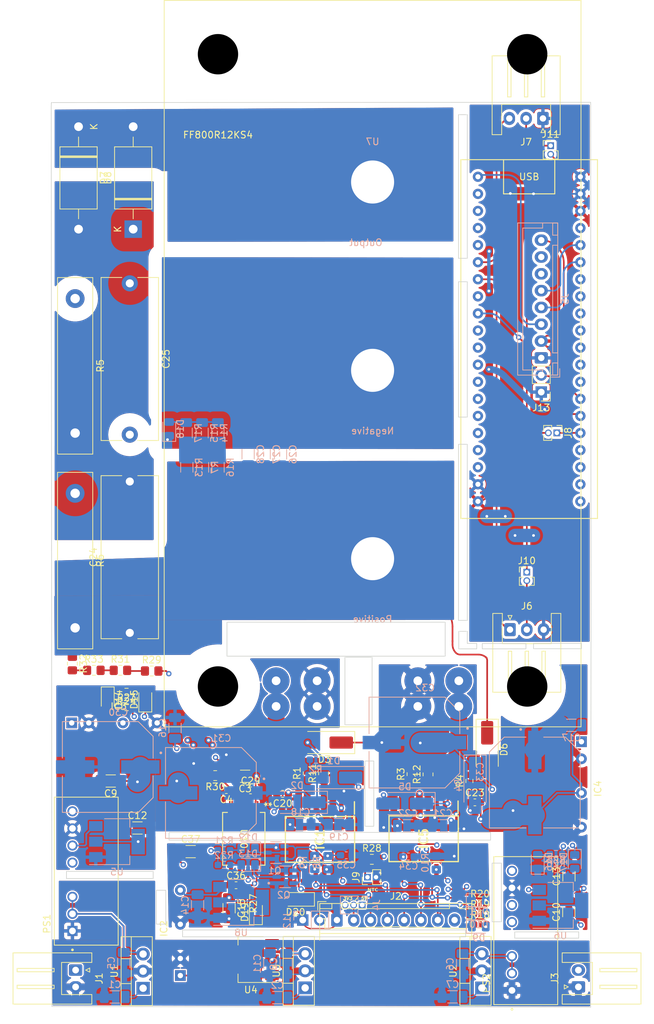
<source format=kicad_pcb>
(kicad_pcb (version 20221018) (generator pcbnew)
  (layers (0 "F.Cu" signal) (1 "In1.Cu" signal) (2 "In2.Cu" signal) (31 "B.Cu" signal) (34 "B.Paste" user) (35 "F.Paste" user) (36 "B.SilkS" user "B.Silkscreen") (37 "F.SilkS" user "F.Silkscreen") (38 "B.Mask" user) (39 "F.Mask" user) (44 "Edge.Cuts" user))
  (net 0 "")
  (net 1 "VAux+")
  (net 2 "VAux-")
  (net 3 "Net-(PS1-CTRL)")
  (net 4 "Net-(PS2-CTRL)")
  (net 5 "Net-(U3-VO)")
  (net 6 "VDrive1")
  (net 7 "GND1")
  (net 8 "VDrive2")
  (net 9 "GND2")
  (net 10 "Net-(U4-VO)")
  (net 11 "VDrive1_5V")
  (net 12 "Net-(U6-VO)")
  (net 13 "DIG5V")
  (net 14 "DIG-")
  (net 15 "DIG+")
  (net 16 "VDrive1Neg")
  (net 17 "VDrive2Neg")
  (net 18 "Net-(D1-A)")
  (net 19 "Net-(D4-A)")
  (net 20 "Net-(D7-K)")
  (net 21 "Net-(D7-A)")
  (net 22 "Net-(D8-K)")
  (net 23 "-BATT")
  (net 24 "+BATT")
  (net 25 "Net-(D3-A)")
  (net 26 "Net-(D6-A)")
  (net 27 "INLS")
  (net 28 "RDY")
  (net 29 "FLT")
  (net 30 "RST")
  (net 31 "INHS")
  (net 36 "Net-(IC5-OUT+)")
  (net 37 "Net-(IC1-OUT-)")
  (net 38 "Net-(IC1-OUT+)")
  (net 39 "Net-(IC1-CLAMP)")
  (net 40 "Net-(IC5-OUT-)")
  (net 41 "Net-(IC5-CLAMP)")
  (net 42 "Net-(R13-Pad2)")
  (net 43 "Net-(D9-A)")
  (net 44 "Net-(D10-A)")
  (net 45 "Net-(D11-A)")
  (net 46 "Net-(D12-K)")
  (net 47 "Net-(D12-A)")
  (net 48 "Net-(D13-K)")
  (net 49 "Net-(D13-A)")
  (net 50 "Net-(D14-A)")
  (net 51 "Net-(D15-A)")
  (net 52 "Net-(D16-A)")
  (net 53 "Net-(D17-A)")
  (net 54 "Net-(D18-A)")
  (net 55 "Net-(D19-A)")
  (net 56 "Net-(J2-Pin_2)")
  (net 66 "Net-(J10-Pin_2)")
  (net 74 "Net-(J8-Pin_1)")
  (net 77 "Net-(J5-Pin_8)")
  (net 84 "Net-(J5-Pin_3)")
  (net 85 "Net-(J5-Pin_4)")
  (net 86 "Net-(J5-Pin_5)")
  (net 87 "/GND MCU")
  (net 88 "/3V3 MCU")
  (net 89 "/OUTHS")
  (net 90 "/OUTLS")
  (net 91 "Net-(J6-Pin_1)")
  (net 92 "Net-(J7-Pin_3)")
  (net 93 "Net-(J2-Pin_8)")
  (net 94 "Net-(J11-Pin_1)")
  (net 95 "Net-(J10-Pin_1)")
  (net 96 "Net-(U10-VIN)")
  (net 98 "Net-(R29-Pad1)")
  (net 99 "Net-(R31-Pad1)")
  (net 100 "Net-(R32-Pad2)")
  (net 101 "Net-(J13-Pin_2)")
  (net 102 "Net-(D20-K)")
  (footprint "ADUM4195-1:RI-8-1_ADI" (layer "F.Cu") (at 41.85 138.9 -90)
    (fp_text reference "U10")
    (fp_text value "ADUM4195-1BRIZ")
  )
  (footprint "Diode_SMD:D_SMA_Handsoldering" (layer "F.Cu") (at 53.848 124.587 180)
    (fp_text reference "D3")
    (fp_text value "1N4007")
  )
  (footprint "Resistor_SMD:R_0805_2012Metric_Pad1.20x1.40mm_HandSolder" (layer "F.Cu") (at 69.2584 129.3208 90)
    (fp_text reference "R12")
    (fp_text value "1.4")
  )
  (footprint "Capacitor_SMD:C_1206_3216Metric_Pad1.33x1.80mm_HandSolder" (layer "F.Cu") (at 26.035 137.287)
    (fp_text reference "C12")
    (fp_text value "1uF")
  )
  (footprint "Diode_THT:D_DO-201AE_P15.24mm_Horizontal" (layer "F.Cu") (at 25.4 48.26 90)
    (fp_text reference "D8")
    (fp_text value "D_Snub")
  )
  (footprint "1ED3322MC12NXUMA1:SOIC127P1030X265-16N" (layer "F.Cu") (at 53.1876 138.9874 -90)
    (fp_text reference "IC1")
    (fp_text value "1ED3322MC12NXUMA1" hide)
  )
  (footprint "LED_SMD:LED_0805_2012Metric_Pad1.15x1.40mm_HandSolder" (layer "F.Cu") (at 43.65 149.8 90)
    (fp_text reference "D19")
    (fp_text value "Green")
  )
  (footprint "Capacitor_SMD:C_1206_3216Metric_Pad1.33x1.80mm_HandSolder" (layer "F.Cu") (at 33.95 140.8)
    (fp_text reference "C37")
    (fp_text value "1uF")
  )
  (footprint "LED_SMD:LED_0805_2012Metric_Pad1.15x1.40mm_HandSolder" (layer "F.Cu") (at 27.2 118.181 90)
    (fp_text reference "D15")
    (fp_text value "Green")
  )
  (footprint "Package_TO_SOT_THT:TO-220-3_Vertical" (layer "F.Cu") (at 50.9778 161.0614 90)
    (fp_text reference "U3")
    (fp_text value "LM7809_TO220")
  )
  (footprint "URB2415S-10WR3:CONV_URB2415S-10WR3" (layer "F.Cu") (at 18.415 143.7055 90)
    (fp_text reference "PS1")
    (fp_text value "URB2415S-10WR3")
  )
  (footprint "Connector_JST:JST_XH_B8B-XH-A_1x08_P2.50mm_Vertical" (layer "F.Cu") (at 55.706 150.9776)
    (fp_text reference "J2")
    (fp_text value "Conn_01x07_Male")
  )
  (footprint "Resistor_SMD:R_0603_1608Metric_Pad0.98x0.95mm_HandSolder" (layer "F.Cu") (at 24.41938 119.324)
    (fp_text reference "R23")
    (fp_text value "3.3k")
  )
  (footprint "Capacitor_THT:C_Rect_L24.0mm_W8.3mm_P22.50mm_MKT" (layer "F.Cu") (at 24.892 56.314 -90)
    (fp_text reference "C25")
    (fp_text value "C_Snub")
  )
  (footprint "Resistor_THT:R_Box_L26.0mm_W5.0mm_P20.00mm" (layer "F.Cu") (at 16.764 58.58 -90)
    (fp_text reference "R5")
    (fp_text value "R_Snub")
  )
  (footprint "B0505-2W:B0505S-2W" (layer "F.Cu") (at 23.876 123.666)
    (property "VALUE" "B0505S-2W")
    (fp_text reference "IC3")
    (fp_text value "B0505S-2W")
  )
  (footprint "Diode_SMD:D_SMA_Handsoldering" (layer "F.Cu") (at 78.0542 125.6284 -90)
    (fp_text reference "D6")
    (fp_text value "1N4007")
  )
  (footprint "Connector_PinHeader_1.27mm:PinHeader_1x02_P1.27mm_Vertical" (layer "F.Cu") (at 60.25 144.6 90)
    (fp_text reference "J9")
    (fp_text value "NTC")
  )
  (footprint "Resistor_SMD:R_0805_2012Metric_Pad1.20x1.40mm_HandSolder" (layer "F.Cu") (at 60.9 141.95)
    (fp_text reference "R28")
    (fp_text value "NTC Complement")
  )
  (footprint "Connector_JST:JST_XH_S2B-XH-A_1x02_P2.50mm_Horizontal" (layer "F.Cu") (at 91.6222 160.9144 90)
    (fp_text reference "J3")
    (fp_text value "Conn_01x02_Male")
  )
  (footprint "Resistor_SMD:R_0603_1608Metric_Pad0.98x0.95mm_HandSolder" (layer "F.Cu") (at 77.0147 151.638)
    (fp_text reference "R18")
    (fp_text value "470")
  )
  (footprint "Capacitor_SMD:C_1206_3216Metric_Pad1.33x1.80mm_HandSolder" (layer "F.Cu") (at 42.05 129.6 180)
    (fp_text reference "C3")
    (fp_text value "1uF")
  )
  (footprint "Capacitor_SMD:C_1206_3216Metric_Pad1.33x1.80mm_HandSolder" (layer "F.Cu") (at 39.6622 149.2158 -90)
    (fp_text reference "C15")
    (fp_text value "1uF")
  )
  (footprint "Resistor_SMD:R_0805_2012Metric_Pad1.20x1.40mm_HandSolder" (layer "F.Cu") (at 51.435 129.159 90)
    (fp_text reference "R1")
    (fp_text value "2.2")
  )
  (footprint "Resistor_SMD:R_0603_1608Metric_Pad0.98x0.95mm_HandSolder" (layer "F.Cu") (at 75.4126 130.302 90)
    (fp_text reference "R4")
    (fp_text value "1K")
  )
  (footprint "Package_TO_SOT_THT:TO-220-3_Vertical" (layer "F.Cu") (at 77.2668 161.0745 90)
    (fp_text reference "U2")
    (fp_text value "LM7809_TO220")
  )
  (footprint "Connector_PinHeader_2.54mm:PinHeader_1x02_P2.54mm_Vertical" (layer "F.Cu") (at 86.1 72.48 180)
    (fp_text reference "J13")
    (fp_text value "DC Link Sense")
  )
  (footprint "Resistor_SMD:R_0603_1608Metric_Pad0.98x0.95mm_HandSolder" (layer "F.Cu") (at 76.9893 148.5138)
    (fp_text reference "R20")
    (fp_text value "470")
  )
  (footprint "Capacitor_SMD:C_0603_1608Metric_Pad1.08x0.95mm_HandSolder" (layer "F.Cu") (at 47.625 132.207 180)
    (fp_text reference "C20")
    (fp_text value "C_Desat")
  )
  (footprint "1ED3322MC12NXUMA1:SOIC127P1030X265-16N" (layer "F.Cu") (at 68.6054 138.8858 -90)
    (fp_text reference "IC5")
    (fp_text value "1ED3322MC12NXUMA1" hide)
  )
  (footprint "Connector_PinHeader_1.27mm:PinHeader_1x02_P1.27mm_Vertical" (layer "F.Cu") (at 88.42 78.55 -90)
    (fp_text reference "J8")
    (fp_text value "Conn_01x02_Pin")
  )
  (footprint "Capacitor_SMD:C_0603_1608Metric_Pad1.08x0.95mm_HandSolder" (layer "F.Cu") (at 40.7 145.8)
    (fp_text reference "C36")
    (fp_text value "100nF")
  )
  (footprint "Resistor_THT:R_Box_L26.0mm_W5.0mm_P20.00mm" (layer "F.Cu") (at 16.764 87.536 -90)
    (fp_text reference "R6")
    (fp_text value "R_Snub")
  )
  (footprint "Resistor_SMD:R_0805_2012Metric_Pad1.20x1.40mm_HandSolder" (layer "F.Cu") (at 19.55 113.85)
    (fp_text reference "R33")
    (fp_text value "22K")
  )
  (footprint "Capacitor_SMD:C_0603_1608Metric_Pad1.08x0.95mm_HandSolder" (layer "F.Cu") (at 39.25 131.65 180)
    (fp_text reference "C4")
    (fp_text value "100nF")
  )
  (footprint "Package_TO_SOT_SMD:SOT-223-3_TabPin2" (layer "F.Cu") (at 42.9006 156.845 180)
    (fp_text reference "U4")
    (fp_text value "AMS1117-5.0")
  )
  (footprint "B0505-2W:B0505S-2W" (layer "F.Cu") (at 34.4118 151.6082 90)
    (property "VALUE" "B0505S-2W")
    (fp_text reference "IC2")
    (fp_text value "B0505S-2W")
  )
  (footprint "Package_TO_SOT_THT:TO-220-3_Vertical" (layer "F.Cu") (at 26.8732 161.1122 90)
    (fp_text reference "U1")
    (fp_text value "LM7809_TO220")
  )
  (footprint "Resistor_SMD:R_0603_1608Metric_Pad0.98x0.95mm_HandSolder" (layer "F.Cu") (at 76.9912 150.0632)
    (fp_text reference "R19")
    (fp_text value "470")
  )
  (footprint "Connector_JST:JST_XH_S3B-XH-A_1x03_P2.50mm_Horizontal" (layer "F.Cu") (at 81.45 107.8)
    (fp_text reference "J6")
    (fp_text value "Conn_01x03_Pin")
  )
  (footprint "Resistor_SMD:R_0805_2012Metric_Pad1.20x1.40mm_HandSolder" (layer "F.Cu") (at 28.15 113.95)
    (fp_text reference "R29")
    (fp_text value "22K")
  )
  (footprint "Capacitor_SMD:C_0603_1608Metric_Pad1.08x0.95mm_HandSolder" (layer "F.Cu") (at 76.2254 133.477)
    (fp_text reference "C23")
    (fp_text value "C_Desat")
  )
  (footprint "B0505-2W:B0505S-2W" (layer "F.Cu") (at 90.075 132.08 -90)
    (property "VALUE" "B0505S-2W")
    (fp_text reference "IC4")
    (fp_text value "B0505S-2W")
  )
  (footprint "Capacitor_THT:C_Rect_L24.0mm_W8.3mm_P22.50mm_MKT" (layer "F.Cu") (at 24.892 108.278 90)
    (fp_text reference "C24")
    (fp_text value "C_Snub")
  )
  (footprint "Resistor_SMD:R_0805_2012Metric_Pad1.20x1.40mm_HandSolder" (layer "F.Cu") (at 23.5 113.85)
    (fp_text reference "R31")
    (fp_text value "22k")
  )
  (footprint "Resistor_SMD:R_0805_2012Metric_Pad1.20x1.40mm_HandSolder" (layer "F.Cu") (at 66.8782 129.286 90)
    (fp_text reference "R3")
    (fp_text value "2.2")
  )
  (footprint "Resistor_SMD:R_0805_2012Metric_Pad1.20x1.40mm_HandSolder" (layer "F.Cu") (at 16.35 112.85 -90)
    (fp_text reference "R32")
    (fp_text value "22k")
  )
  (footprint "Capacitor_SMD:C_1206_3216Metric_Pad1.33x1.80mm_HandSolder" (layer "F.Cu") (at 22.0595 130.302 180)
    (fp_text reference "C9")
    (fp_text value "1uF")
  )
  (footprint "Connector_PinHeader_1.27mm:PinHeader_1x02_P1.27mm_Vertical" (layer "F.Cu") (at 87.5 35.85)
    (fp_text reference "J11")
    (fp_text value "Conn_01x02_Pin")
  )
  (footprint "Resistor_SMD:R_0603_1608Metric_Pad0.98x0.95mm_HandSolder" (layer "F.Cu") (at 41.8466 148.5046 -90)
    (fp_text reference "R27")
    (fp_text value "470")
  )
  (footprint "Resistor_SMD:R_0603_1608Metric_Pad0.98x0.95mm_HandSolder" (layer "F.Cu") (at 24.406 117.038 180)
    (fp_text reference "R24")
    (fp_text value "2.2k")
  )
  (footprint "URB2415S-10WR3:CONV_URB2415S-10WR3" (layer "F.Cu") (at 83.7946 152.5447 90)
    (fp_text reference "PS2")
    (fp_text value "URB2415S-10WR3")
  )
  (footprint "Connector_JST:JST_XH_S3B-XH-A_1x03_P2.50mm_Horizontal" (layer "F.Cu") (at 86.35 31.8 180)
    (fp_text reference "J7")
    (fp_text value "Conn_01x03_Pin")
  )
  (footprint "Connector_JST:JST_XH_S2B-XH-A_1x02_P2.50mm_Horizontal" (layer "F.Cu") (at 16.8358 158.4144 -90)
    (fp_text reference "J1")
    (fp_text value "Conn_01x02_Male")
  )
  (footprint "Capacitor_SMD:C_1206_3216Metric_Pad1.33x1.80mm_HandSolder" (layer "F.Cu") (at 90.1954 149.7838 90)
    (fp_text reference "C10")
    (fp_text value "1uF")
  )
  (footprint "Resistor_SMD:R_0805_2012Metric_Pad1.20x1.40mm_HandSolder" (layer "F.Cu") (at 37.6 129.5 180)
    (fp_text reference "R30")
    (fp_text value "1K")
  )
  (footprint "Blue Pill:ChinaBluePill" (layer "F.Cu") (at 76.68 88.73)
    (fp_text reference "U9" hide)
    (fp_text value "ChinaBluePill" hide)
  )
  (footprint "Connector_PinHeader_1.27mm:PinHeader_1x02_P1.27mm_Vertical" (layer "F.Cu") (at 83.95 99.25)
    (fp_text reference "J10")
    (fp_text value "Conn_01x02_Pin")
  )
  (footprint "LED_SMD:LED_0805_2012Metric_Pad1.15x1.40mm_HandSolder" (layer "F.Cu") (at 21.612 118.181 -90)
    (fp_text reference "D14")
    (fp_text value "Green")
  )
  (footprint "Capacitor_SMD:C_0603_1608Metric_Pad1.08x0.95mm_HandSolder" (layer "F.Cu") (at 42.85 131.7)
    (fp_text reference "C29")
    (fp_text value "100nF")
  )
  (footprint "Capacitor_SMD:C_1206_3216Metric_Pad1.33x1.80mm_HandSolder" (layer "F.Cu") (at 90.2208 144.4752 90)
    (fp_text reference "C13")
    (fp_text value "1uF")
  )
  (footprint "Resistor_SMD:R_0805_2012Metric_Pad1.20x1.40mm_HandSolder" (layer "F.Cu") (at 53.721 129.159 90)
    (fp_text reference "R11")
    (fp_text value "1.4")
  )
  (footprint "Diode_SMD:D_MicroMELF_Handsoldering" (layer "F.Cu") (at 49.55 147.9 180)
    (fp_text reference "D20")
    (fp_text value "3.3V zener")
  )
  (footprint "Diode_THT:D_DO-201AE_P15.24mm_Horizontal" (layer "F.Cu") (at 17.272 33.02 -90)
    (fp_text reference "D7")
    (fp_text value "D_Snub")
  )
  (footprint "Capacitor_SMD:C_1206_3216Metric_Pad1.33x1.80mm_HandSolder" (layer "B.Cu") (at 45.72 157.48 -90)
    (fp_text reference "C11")
    (fp_text value "1uF")
  )
  (footprint "Resistor_SMD:R_0603_1608Metric_Pad0.98x0.95mm_HandSolder" (layer "B.Cu") (at 38.9128 142.7734 180)
    (fp_text reference "R22")
    (fp_text value "470")
  )
  (footprint "Capacitor_SMD:C_1206_3216Metric_Pad1.33x1.80mm_HandSolder" (layer "B.Cu") (at 44.8818 81.7118 90)
    (fp_text reference "C27")
    (fp_text value "22nF")
  )
  (footprint "Connector_JST:JST_XH_B8B-XH-A_1x08_P2.50mm_Vertical" (layer "B.Cu") (at 86.1 67.4 90)
    (fp_text reference "J5")
    (fp_text value "Conn_01x07_Male")
  )
  (footprint "Resistor_SMD:R_1206_3216Metric_Pad1.30x1.75mm_HandSolder" (layer "B.Cu") (at 33.3756 83.6676 90)
    (fp_text reference "R13")
    (fp_text value "22K")
  )
  (footprint "25V 1000uf:CAP_EEEFK1E102AQ" (layer "B.Cu") (at 67.2352 124.587 180)
    (fp_text reference "C32")
    (fp_text value "1000uF")
  )
  (footprint "Resistor_SMD:R_1206_3216Metric_Pad1.30x1.75mm_HandSolder" (layer "B.Cu") (at 38.0238 83.6676 90)
    (fp_text reference "R16")
    (fp_text value "22K")
  )
  (footprint "Resistor_SMD:R_0805_2012Metric_Pad1.20x1.40mm_HandSolder" (layer "B.Cu") (at 70.485 142.4686 -90)
    (fp_text reference "R10")
    (fp_text value "4.7K")
  )
  (footprint "Capacitor_SMD:C_1206_3216Metric_Pad1.33x1.80mm_HandSolder" (layer "B.Cu") (at 66.2686 136.9568 180)
    (fp_text reference "C22")
    (fp_text value "1uF")
  )
  (footprint "Capacitor_SMD:C_1206_3216Metric_Pad1.33x1.80mm_HandSolder" (layer "B.Cu") (at 46.8376 162.5092 180)
    (fp_text reference "C2")
    (fp_text value "1uF")
  )
  (footprint "Resistor_SMD:R_0805_2012Metric_Pad1.20x1.40mm_HandSolder" (layer "B.Cu") (at 52.4002 142.4178 -90)
    (fp_text reference "R9")
    (fp_text value "4.7K")
  )
  (footprint "Resistor_SMD:R_0603_1608Metric_Pad0.98x0.95mm_HandSolder" (layer "B.Cu") (at 88.3412 143.4174 180)
    (fp_text reference "R25")
    (fp_text value "2.2k")
  )
  (footprint "Capacitor_SMD:C_1206_3216Metric_Pad1.33x1.80mm_HandSolder" (layer "B.Cu") (at 34.9758 148.7678 -90)
    (fp_text reference "C14")
    (fp_text value "1uF")
  )
  (footprint "LED_SMD:LED_0805_2012Metric_Pad1.15x1.40mm_HandSolder" (layer "B.Cu") (at 91.0844 142.3252 -90)
    (fp_text reference "D17")
    (fp_text value "Green")
  )
  (footprint "25V 1000uf:CAP_EEEFK1E102AQ" (layer "B.Cu") (at 21.614 128.2192 180)
    (fp_text reference "C30")
    (fp_text value "1000uF")
  )
  (footprint "Capacitor_SMD:C_1206_3216Metric_Pad1.33x1.80mm_HandSolder" (layer "B.Cu") (at 47.3202 81.7372 90)
    (fp_text reference "C26")
    (fp_text value "22nF")
  )
  (footprint "Resistor_SMD:R_1206_3216Metric_Pad1.30x1.75mm_HandSolder" (layer "B.Cu") (at 33.274 78.5622 90)
    (fp_text reference "R17")
    (fp_text value "22K")
  )
  (footprint "Capacitor_SMD:C_1206_3216Metric_Pad1.33x1.80mm_HandSolder" (layer "B.Cu") (at 56.007 136.779)
    (fp_text reference "C19")
    (fp_text value "1uF")
  )
  (footprint "Resistor_SMD:R_0603_1608Metric_Pad0.98x0.95mm_HandSolder" (layer "B.Cu") (at 88.2904 141.1568)
    (fp_text reference "R26")
    (fp_text value "3.3k")
  )
  (footprint "8205a:SOT95P280X145-6N" (layer "B.Cu") (at 48 144.55)
    (fp_text reference "Q2")
    (fp_text value "FS8205")
  )
  (footprint "LED_SMD:LED_0805_2012Metric_Pad1.15x1.40mm_HandSolder" (layer "B.Cu") (at 76.8096 151.9682)
    (fp_text reference "D9")
    (fp_text value "Blue")
  )
  (footprint "Capacitor_SMD:C_0603_1608Metric_Pad1.08x0.95mm_HandSolder" (layer "B.Cu") (at 66.3448 141.5288)
    (fp_text reference "C34")
    (fp_text value "100nF")
  )
  (footprint "Resistor_SMD:R_0603_1608Metric_Pad0.98x0.95mm_HandSolder" (layer "B.Cu") (at 52.578 127.127)
    (fp_text reference "R2")
    (fp_text value "1K")
  )
  (footprint "Diode_SMD:D_SMA_Handsoldering" (layer "B.Cu") (at 55.245 129.794 180)
    (fp_text reference "D1")
    (fp_text value "D_Schottky")
  )
  (footprint "FF300:FF300R12KS4" (layer "B.Cu") (at 61.0108 34.2498 180)
    (fp_text reference "U7")
    (fp_text value "FF300R12KS4" hide)
  )
  (footprint "Connector_PinSocket_1.27mm:PinSocket_1x03_P1.27mm_Vertical" (layer "B.Cu") (at 59.4614 148.7424 90)
    (fp_text reference "J4")
    (fp_text value "Output Selector")
  )
  (footprint "Diode_SMD:D_SMA_Handsoldering" (layer "B.Cu") (at 76.2508 130.9478 -90)
    (fp_text reference "D4")
    (fp_text value "D_Schottky")
  )
  (footprint "Resistor_SMD:R_1206_3216Metric_Pad1.30x1.75mm_HandSolder" (layer "B.Cu") (at 35.6468 78.5622 90)
    (fp_text reference "R15")
    (fp_text value "22K")
  )
  (footprint "Package_TO_SOT_SMD:SOT-223-3_TabPin2" (layer "B.Cu") (at 88.9508 148.7932)
    (fp_text reference "U6")
    (fp_text value "AMS1117-5.0")
  )
  (footprint "Capacitor_SMD:C_0603_1608Metric_Pad1.08x0.95mm_HandSolder" (layer "B.Cu") (at 57.0992 141.351)
    (fp_text reference "C35")
    (fp_text value "100nF")
  )
  (footprint "Capacitor_SMD:C_1206_3216Metric_Pad1.33x1.80mm_HandSolder" (layer "B.Cu") (at 72.898 162.3953 180)
    (fp_text reference "C7")
    (fp_text value "1uF")
  )
  (footprint "Capacitor_SMD:C_1206_3216Metric_Pad1.33x1.80mm_HandSolder" (layer "B.Cu") (at 71.4502 136.9568 180)
    (fp_text reference "C21")
    (fp_text value "1uF")
  )
  (footprint "Package_TO_SOT_SMD:SOT-223-3_TabPin2" (layer "B.Cu") (at 22.987 139.319)
    (fp_text reference "U5")
    (fp_text value "AMS1117-5.0")
  )
  (footprint "LED_SMD:LED_0805_2012Metric_Pad1.15x1.40mm_HandSolder" (layer "B.Cu") (at 85.5726 142.2998 90)
    (fp_text reference "D16")
    (fp_text value "Green")
  )
  (footprint "Resistor_SMD:R_1206_3216Metric_Pad1.30x1.75mm_HandSolder" (layer "B.Cu") (at 35.7124 83.6676 90)
    (fp_text reference "R7")
    (fp_text value "22K")
  )
  (footprint "Connector_PinHeader_2.54mm:PinHeader_1x02_P2.54mm_Vertical" (layer "B.Cu") (at 50.62 150.9776 -90)
    (fp_text reference "J12")
    (fp_text value "DC Link Sense")
  )
  (footprint "Capacitor_SMD:C_1206_3216Metric_Pad1.33x1.80mm_HandSolder" (layer "B.Cu") (at 24.003 157.353 -90)
    (fp_text reference "C5")
    (fp_text value "1uF")
  )
  (footprint "Package_TO_SOT_SMD:SOT-223-3_TabPin2" (layer "B.Cu") (at 41.45 148.35)
    (fp_text reference "U8")
    (fp_text value "AMS1117-3.3")
  )
  (footprint "Capacitor_SMD:C_1206_3216Metric_Pad1.33x1.80mm_HandSolder" (layer "B.Cu") (at 74.3966 157.5185 -90)
    (fp_text reference "C6")
    (fp_text value "1uF")
  )
  (footprint "Resistor_SMD:R_0805_2012Metric_Pad1.20x1.40mm_HandSolder" (layer "B.Cu") (at 54.3814 142.4432 -90)
    (fp_text reference "R8")
    (fp_text value "4.7K")
  )
  (footprint "LED_SMD:LED_0805_2012Metric_Pad1.15x1.40mm_HandSolder" (layer "B.Cu") (at 42.4942 140.335 180)
    (fp_text reference "D12")
    (fp_text value "Red")
  )
  (footprint "LED_SMD:LED_0805_2012Metric_Pad1.15x1.40mm_HandSolder" (layer "B.Cu") (at 42.4942 142.7734 180)
    (fp_text reference "D13")
    (fp_text value "Red")
  )
  (footprint "Capacitor_SMD:C_1206_3216Metric_Pad1.33x1.80mm_HandSolder" (layer "B.Cu") (at 31.623 122.428 -90)
    (fp_text reference "C16")
    (fp_text value "1uF")
  )
  (footprint "LED_SMD:LED_0805_2012Metric_Pad1.15x1.40mm_HandSolder" (layer "B.Cu") (at 30.7594 77.9526 90)
    (fp_text reference "D18")
    (fp_text value "Green")
  )
  (footprint "25V 1000uf:CAP_EEEFK1E102AQ" (layer "B.Cu") (at 36.957 132.08 180)
    (fp_text reference "C31")
    (fp_text value "1000uF")
  )
  (footprint "8205a:SOT95P280X145-6N" (layer "B.Cu") (at 46.6465 140.95)
    (fp_text reference "Q1")
    (fp_text value "FS8205")
  )
  (footprint "Resistor_SMD:R_1206_3216Metric_Pad1.30x1.75mm_HandSolder" (layer "B.Cu") (at 37.9984 78.5622 90)
    (fp_text reference "R14")
    (fp_text value "22K")
  )
  (footprint "LED_SMD:LED_0805_2012Metric_Pad1.15x1.40mm_HandSolder" (layer "B.Cu") (at 76.8096 148.0058)
    (fp_text reference "D11")
    (fp_text value "Blue")
  )
  (footprint "Capacitor_SMD:C_1206_3216Metric_Pad1.33x1.80mm_HandSolder" (layer "B.Cu") (at 90.5764 122.0216)
    (fp_text reference "C17")
    (fp_text value "1uF")
  )
  (footprint "25V 1000uf:CAP_EEEFK1E102AQ" (layer "B.Cu") (at 85.1408 130.532 -90)
    (fp_text reference "C33")
    (fp_text value "1000uF")
  )
  (footprint "Capacitor_SMD:C_1206_3216Metric_Pad1.33x1.80mm_HandSolder" (layer "B.Cu") (at 42.4942 81.7118 90)
    (fp_text reference "C28")
    (fp_text value "22nF")
  )
  (footprint "Capacitor_SMD:C_1206_3216Metric_Pad1.33x1.80mm_HandSolder" (layer "B.Cu") (at 50.292 136.779 180)
    (fp_text reference "C18")
    (fp_text value "1uF")
  )
  (footprint "Capacitor_SMD:C_1206_3216Metric_Pad1.33x1.80mm_HandSolder" (layer "B.Cu") (at 22.6568 162.4076 180)
    (fp_text reference "C1")
    (fp_text value "1uF")
  )
  (footprint "Diode_SMD:D_SMA_Handsoldering" (layer "B.Cu") (at 65.8114 133.6548 180)
    (fp_text reference "D5")
    (fp_text value "D_Schottky")
  )
  (footprint "Capacitor_SMD:C_1206_3216Metric_Pad1.33x1.80mm_HandSolder" (layer "B.Cu") (at 48.1584 157.48 -90)
    (fp_text reference "C8")
    (fp_text value "1uF")
  )
  (footprint "LED_SMD:LED_0805_2012Metric_Pad1.15x1.40mm_HandSolder" (layer "B.Cu") (at 76.8096 149.987)
    (fp_text reference "D10")
    (fp_text value "Blue")
  )
  (footprint "Resistor_SMD:R_0603_1608Metric_Pad0.98x0.95mm_HandSolder" (layer "B.Cu") (at 38.8874 140.589 180)
    (fp_text reference "R21")
    (fp_text value "470")
  )
  (footprint "Diode_SMD:D_SMA_Handsoldering" (layer "B.Cu") (at 49.784 133.477 180)
    (fp_text reference "D2")
    (fp_text value "D_Schottky")
  )
  (gr_rect (start 73.79 80.2446) (end 75.096 106.426) (stroke (width 0.1)) (fill none) (layer "Edge.Cuts"))
  (gr_rect (start 39.35 106.6888) (end 71.8058 111.7472) (stroke (width 0.1)) (fill none) (layer "Edge.Cuts"))
  (gr_rect (start 84.95 109.84) (end 92.075 110.638) (stroke (width 0.1)) (fill none) (layer "Edge.Cuts"))
  (gr_rect (start 15.4724 143.7386) (end 28.3718 144.8054) (stroke (width 0.1)) (fill none) (layer "Edge.Cuts"))
  (gr_rect (start 77.33 109.86) (end 83.82 110.658) (stroke (width 0.1)) (fill none) (layer "Edge.Cuts"))
  (gr_poly (pts (xy 73.83 108.05) (xy 73.83 110.658) (xy 76.5 110.658) (xy 76.5 109.85) (xy 75.096 109.85) (xy 75.096 108.05)) (stroke (width 0.1)) (fill none) (layer "Edge.Cuts"))
  (gr_poly (pts (xy 13.2334 29.4386) (xy 93.45 29.4) (xy 93.5 107.64) (xy 93.5012 107.6422) (xy 93.4466 163.9316) (xy 13.3096 163.83) (xy 13.208 29.972)) (stroke (width 0.1)) (fill none) (layer "Edge.Cuts"))
  (gr_rect (start 82.157 152.7302) (end 91.6686 153.67) (stroke (width 0.1)) (fill none) (layer "Edge.Cuts"))
  (gr_rect (start 59.8678 127.3302) (end 61.1886 137.033) (stroke (width 0.1)) (fill none) (layer "Edge.Cuts"))
  (gr_rect (start 28.8544 146.5492) (end 30.2514 151.5872) (stroke (width 0.1)) (fill none) (layer "Edge.Cuts"))
  (gr_rect (start 78.7908 142.5136) (end 80.1624 151.2316) (stroke (width 0.1)) (fill none) (layer "Edge.Cuts"))
  (gr_rect (start 32.7468 152.4508) (end 74.8538 153.4668) (stroke (width 0.1)) (fill none) (layer "Edge.Cuts"))
  (gr_rect (start 30.734 137.9474) (end 78.5622 139.0944) (stroke (width 0.1)) (fill none) (layer "Edge.Cuts"))
  (gr_rect (start 73.79 56.0746) (end 75.096 76.2) (stroke (width 0.1)) (fill none) (layer "Edge.Cuts"))
  (gr_rect (start 56.896 111.8974) (end 60.9346 121.9454) (stroke (width 0.1)) (fill none) (layer "Edge.Cuts"))
  (gr_rect (start 73.79 31.24) (end 75.096 52.5954) (stroke (width 0.1)) (fill none) (layer "Edge.Cuts"))
  (gr_text "NTC\n" (at 60.25 146.8) (layer "F.SilkS") (effects (font (size 0.5 0.5) (thickness 0.125) bold italic) (justify left bottom)))
  (segment (start 74.4605 162.3953) (end 75.946 162.3953) (width 0.2) (layer "B.Cu") (net 1))
  (segment (start 49.53 162.5092) (end 48.4001 162.5092) (width 0.2) (layer "B.Cu") (net 1))
  (segment (start 50.9778 161.0614) (end 49.53 162.5092) (width 0.2) (layer "B.Cu") (net 1))
  (segment (start 24.2193 162.4076) (end 25.5778 162.4076) (width 0.2) (layer "B.Cu") (net 1))
  (segment (start 75.946 162.3953) (end 77.2668 161.0745) (width 0.2) (layer "B.Cu") (net 1))
  (segment (start 25.5778 162.4076) (end 26.8732 161.1122) (width 0.2) (layer "B.Cu") (net 1))
  (segment (start 48.1584 159.0425) (end 50.4567 159.0425) (width 0.2) (layer "B.Cu") (net 2))
  (segment (start 45.72 159.0425) (end 48.1584 159.0425) (width 0.2) (layer "B.Cu") (net 2))
  (segment (start 74.3966 159.081) (end 76.7203 159.081) (width 0.2) (layer "B.Cu") (net 2))
  (segment (start 76.7203 159.081) (end 77.2668 158.5345) (width 0.2) (layer "B.Cu") (net 2))
  (segment (start 26.5299 158.9155) (end 26.8732 158.5722) (width 0.2) (layer "B.Cu") (net 2))
  (segment (start 50.4567 159.0425) (end 50.9778 158.5214) (width 0.2) (layer "B.Cu") (net 2))
  (segment (start 24.003 158.9155) (end 26.5299 158.9155) (width 0.2) (layer "B.Cu") (net 2))
  (segment (start 22.1555 150.0555) (end 23.95 151.85) (width 0.25) (layer "F.Cu") (net 3))
  (segment (start 23.95 151.85) (end 23.95 155.0902) (width 0.25) (layer "F.Cu") (net 3))
  (segment (start 25.057685 156.0322) (end 26.8732 156.0322) (width 0.25) (layer "F.Cu") (net 3))
  (segment (start 16.365 150.0555) (end 22.1555 150.0555) (width 0.25) (layer "F.Cu") (net 3))
  (segment (start 23.95 155.0902) (end 24.774843 155.915043) (width 0.25) (layer "F.Cu") (net 3))
  (arc (start 24.774843 155.915043) (mid 24.904612 156.001752) (end 25.057685 156.0322) (width 0.25) (layer "F.Cu") (net 3))
  (segment (start 24.003 155.7905) (end 26.6315 155.7905) (width 0.25) (layer "B.Cu") (net 3))
  (segment (start 16.365 150.0555) (end 22.1555 150.0555) (width 0.25) (layer "B.Cu") (net 3))
  (segment (start 24.003 151.903) (end 24.003 155.7905) (width 0.25) (layer "B.Cu") (net 3))
  (segment (start 22.1555 150.0555) (end 24.003 151.903) (width 0.25) (layer "B.Cu") (net 3))
  (segment (start 26.6315 155.7905) (end 26.8732 156.0322) (width 0.25) (layer "B.Cu") (net 3))
  (segment (start 16.365 150.0555) (end 16.365 147.5155) (width 0.25) (layer "B.Cu") (net 3))
  (segment (start 77.2283 155.956) (end 77.2668 155.9945) (width 0.25) (layer "B.Cu") (net 4))
  (segment (start 74.3966 155.956) (end 77.2283 155.956) (width 0.25) (layer "B.Cu") (net 4))
  (segment (start 77.627 156.3547) (end 77.2668 155.9945) (width 0.25) (layer "B.Cu") (net 4))
  (segment (start 81.7446 156.3547) (end 77.627 156.3547) (width 0.25) (layer "B.Cu") (net 4))
  (segment (start 81.7446 158.8947) (end 81.7446 156.3547) (width 0.25) (layer "B.Cu") (net 4))
  (segment (start 46.0506 154.545) (end 46.976 154.545) (width 0.25) (layer "F.Cu") (net 5))
  (segment (start 48.4124 155.9814) (end 50.9778 155.9814) (width 0.25) (layer "F.Cu") (net 5))
  (segment (start 46.976 154.545) (end 48.4124 155.9814) (width 0.25) (layer "F.Cu") (net 5))
  (segment (start 50.9139 155.9175) (end 50.9778 155.9814) (width 0.25) (layer "B.Cu") (net 5))
  (segment (start 48.1584 155.9175) (end 50.9139 155.9175) (width 0.25) (layer "B.Cu") (net 5))
  (segment (start 25.908 130.302) (end 26.035 130.429) (width 0.25) (layer "F.Cu") (net 6))
  (segment (start 52.920645 134.680445) (end 52.5526 134.3124) (width 0.5) (layer "F.Cu") (net 6))
  (segment (start 33.5 124.25) (end 36.6 124.25) (width 1) (layer "F.Cu") (net 6))
  (segment (start 52.5526 134.3124) (end 52.5526 134.8871) (width 0.25) (layer "F.Cu") (net 6))
  (segment (start 52.920645 135.580944) (end 52.920645 134.680445) (width 0.5) (layer "F.Cu") (net 6))
  (segment (start 25.33188 120.50388) (end 25.549 120.721) (width 0.25) (layer "F.Cu") (net 6))
  (segment (start 34.35 124.95) (end 37.2 124.95) (width 1) (layer "F.Cu") (net 6))
  (segment (start 25.33188 119.324) (end 25.33188 120.50388) (width 0.25) (layer "F.Cu") (net 6))
  (segment (start 23.622 130.302) (end 25.908 130.302) (width 0.25) (layer "F.Cu") (net 6))
  (via (at 25.549 120.721) (size 0.8) (drill 0.4) (layers "F.Cu" "B.Cu") (net 6))
  (via (at 33.5 124.25) (size 0.8) (drill 0.4) (layers "F.Cu" "B.Cu") (net 6))
  (via (at 37.2 124.95) (size 0.8) (drill 0.4) (layers "F.Cu" "B.Cu") (net 6))
  (via (at 58.928 131.191) (size 0.8) (drill 0.4) (layers "F.Cu" "B.Cu") (net 6))
  (via (at 52.920645 135.580944) (size 0.8) (drill 0.4) (layers "F.Cu" "B.Cu") (net 6))
  (via (at 36.6 124.25) (size 0.8) (drill 0.4) (layers "F.Cu" "B.Cu") (net 6))
  (via (at 26.035 130.429) (size 0.8) (drill 0.4) (layers "F.Cu" "B.Cu") (net 6))
  (via (at 34.35 124.95) (size 0.8) (drill 0.4) (layers "F.Cu" "B.Cu") (net 6))
  (segment (start 52.920645 135.580944) (end 54.118701 136.779) (width 0.75) (layer "B.Cu") (net 6))
  (segment (start 19.837 137.019) (end 19.587 137.019) (width 0.25) (layer "B.Cu") (net 6))
  (segment (start 18.2195 139.8955) (end 16.365 139.8955) (width 0.25) (layer "B.Cu") (net 6))
  (segment (start 57.745 130.008) (end 58.928 131.191) (width 0.25) (layer "B.Cu") (net 6))
  (segment (start 18.415 138.191) (end 18.415 139.7) (width 0.25) (layer "B.Cu") (net 6))
  (segment (start 57.745 129.794) (end 57.745 130.008) (width 0.25) (layer "B.Cu") (net 6))
  (segment (start 26.464 128.2192) (end 26.464 130) (width 3) (layer "B.Cu") (net 6))
  (segment (start 18.415 139.7) (end 18.2195 139.8955) (width 0.25) (layer "B.Cu") (net 6))
  (segment (start 26.464 130) (end 26.035 130.429) (width 3) (layer "B.Cu") (net 6))
  (segment (start 19.587 137.019) (end 18.415 138.191) (width 0.25) (layer "B.Cu") (net 6))
  (segment (start 54.4445 136.779) (end 54.118701 136.779) (width 0.25) (layer "B.Cu") (net 6))
  (segment (start 55.0926 134.3124) (end 55.0926 132.8674) (width 1) (layer "F.Cu") (net 7))
  (segment (start 55.0926 134.3124) (end 55.0926 132.529997) (width 1) (layer "F.Cu") (net 7))
  (segment (start 55.0926 134.3124) (end 55.0926 134.591153) (width 0.25) (layer "F.Cu") (net 7))
  (segment (start 41.9875 131.7) (end 41.9875 131.7875) (width 0.25) (layer "F.Cu") (net 7))
  (segment (start 21.612 117.156) (end 23.3755 117.156) (width 0.25) (layer "F.Cu") (net 7))
  (segment (start 41.9875 131.7875) (end 42.9 132.7) (width 0.25) (layer "F.Cu") (net 7))
  (via (at 55.494201 135.560703) (size 0.8) (drill 0.4) (layers "F.Cu" "B.Cu") (net 7))
  (via (at 39.25 126.4) (size 0.8) (drill 0.4) (layers "F.Cu" "B.Cu") (net 7))
  (via (at 56.75 131.8) (size 0.8) (drill 0.4) (layers "F.Cu" "B.Cu") (net 7))
  (via (at 34.4 127.7) (size 0.8) (drill 0.4) (layers "F.Cu" "B.Cu") (net 7))
  (arc (start 55.0926 134.591153) (mid 55.196972 135.115869) (end 55.494201 135.560703) (width 0.25) (layer "F.Cu") (net 7))
  (arc (start 55.0926 132.529997) (mid 55.133507 132.324344) (end 55.25 132.15) (width 1) (layer "F.Cu") (net 7))
  (segment (start 16.75 130.3) (end 16.75 125.65) (width 3) (layer "B.Cu") (net 7))
  (segment (start 16.764 130.286) (end 16.75 130.3) (width 0.25) (layer "B.Cu") (net 7))
  (segment (start 55.494201 135.560703) (end 56.106506 136.173008) (width 0.25) (layer "B.Cu") (net 7))
  (segment (start 57.5695 136.779) (end 56.85743 136.779) (width 1) (layer "B.Cu") (net 7))
  (segment (start 41.807 134.407) (end 42.6 135.2) (width 3) (layer "B.Cu") (net 7))
  (segment (start 56.85743 136.779) (end 55.566667 135.488237) (width 1) (layer "B.Cu") (net 7))
  (segment (start 41.807 132.08) (end 41.807 130.407) (width 3) (layer "B.Cu") (net 7))
  (segment (start 41.807 130.407) (end 41.35 129.95) (width 3) (layer "B.Cu") (net 7))
  (segment (start 41.807 132.08) (end 41.807 134.407) (width 3) (layer "B.Cu") (net 7))
  (segment (start 16.764 128.2192) (end 16.764 130.286) (width 0.25) (layer "B.Cu") (net 7))
  (arc (start 56.106506 136.173008) (mid 56.777733 136.621508) (end 57.5695 136.779) (width 0.25) (layer "B.Cu") (net 7))
  (segment (start 90.1954 151.3463) (end 91.6309 151.3463) (width 0.25) (layer "F.Cu") (net 8))
  (segment (start 91.6309 151.3463) (end 91.9988 151.7142) (width 0.25) (layer "F.Cu") (net 8))
  (segment (start 67.9704 134.2108) (end 67.9704 132.1849) (width 1) (layer "F.Cu") (net 8))
  (segment (start 67.9704 132.1849) (end 68 132.1553) (width 1) (layer "F.Cu") (net 8))
  (segment (start 67.9704 135.2296) (end 68.1482 135.4074) (width 0.25) (layer "F.Cu") (net 8))
  (segment (start 67.9704 134.2108) (end 67.9704 135.2296) (width 1) (layer "F.Cu") (net 8))
  (via (at 84.2264 146.4564) (size 0.8) (drill 0.4) (layers "F.Cu" "B.Cu") (net 8))
  (via (at 68 132.1553) (size 0.8) (drill 0.4) (layers "F.Cu" "B.Cu") (net 8))
  (via (at 72.6948 136.144) (size 0.8) (drill 0.4) (layers "F.Cu" "B.Cu") (net 8))
  (via (at 68.1482 135.4074) (size 0.8) (drill 0.4) (layers "F.Cu" "B.Cu") (net 8))
  (via (at 68.1 124.65) (size 0.8) (drill 0.4) (layers "F.Cu" "B.Cu") (net 8))
  (via (at 89.3826 140.0048) (size 0.8) (drill 0.4) (layers "F.Cu" "B.Cu") (net 8))
  (via (at 91.9988 151.7142) (size 0.8) (drill 0.4) (layers "F.Cu" "B.Cu") (net 8))
  (via (at 78.8162 131.5466) (size 0.8) (drill 0.4) (layers "F.Cu" "B.Cu") (net 8))
  (segment (start 89.2029 141.1568) (end 89.2029 140.1845) (width 0.25) (layer "B.Cu") (net 8))
  (segment (start 72.39 124.587) (end 72.0852 124.587) (width 0.25) (layer "B.Cu") (net 8))
  (segment (start 85.8008 146.4932) (end 84.2632 146.4932) (width 0.25) (layer "B.Cu") (net 8))
  (segment (start 72.0852 124.587) (end 68.163 124.587) (width 3) (layer "B.Cu") (net 8))
  (segment (start 82.0702 149.0603) (end 81.7446 148.7347) (width 0.25) (layer "B.Cu") (net 8))
  (segment (start 73.0127 136.4619) (end 72.6948 136.144) (width 0.25) (layer "B.Cu") (net 8))
  (segment (start 73.0127 136.9568) (end 73.0127 136.4619) (width 0.25) (layer "B.Cu") (net 8))
  (segment (start 78.8162 131.3688) (end 78.8162 131.5466) (width 0.25) (layer "B.Cu") (net 8))
  (segment (start 68.163 124.587) (end 68.1 124.65) (width 0.25) (layer "B.Cu") (net 8))
  (segment (start 89.2029 140.1845) (end 89.3826 140.0048) (width 0.25) (layer "B.Cu") (net 8))
  (segment (start 84.2632 146.4932) (end 84.2264 146.4564) (width 0.25) (layer "B.Cu") (net 8))
  (segment (start 76.2508 128.4478) (end 72.39 124.587) (width 0.25) (layer "B.Cu") (net 8))
  (segment (start 76.2254 128.778) (end 78.8162 131.3688) (width 0.25) (layer "B.Cu") (net 8))
  (segment (start 56.348 124.587) (end 62.3852 124.587) (width 0.25) (layer "F.Cu") (net 9))
  (segment (start 70.5104 135.4896) (end 70.25 135.75) (width 1) (layer "F.Cu") (net 9))
  (segment (start 70.5104 134.2108) (end 70.5104 135.4896) (width 1) (layer "F.Cu") (net 9))
  (via (at 70.25 135.75) (size 0.8) (drill 0.4) (layers "F.Cu" "B.Cu") (net 9))
  (via (at 62.6618 137.2108) (size 0.8) (drill 0.4) (layers "F.Cu" "B.Cu") (net 9))
  (via (at 74.5998 137.414) (size 0.8) (drill 0.4) (layers "F.Cu" "B.Cu") (net 9))
  (via (at 62.3852 124.587) (size 0.8) (drill 0.4) (layers "F.Cu" "B.Cu") (net 9))
  (segment (start 62.3852 124.5694) (end 67.7418 119.2128) (width 3) (layer "B.Cu") (net 9))
  (segment (start 70.25 136.5945) (end 69.8877 136.9568) (width 1) (layer "B.Cu") (net 9))
  (segment (start 70.25 135.75) (end 70.25 136.5945) (width 1) (layer "B.Cu") (net 9))
  (segment (start 62.3852 124.587) (end 62.3852 124.5694) (width 0.25) (layer "B.Cu") (net 9))
  (segment (start 89.0139 122.0216) (end 89.0139 123.5587) (width 0.25) (layer "B.Cu") (net 9))
  (segment (start 85.1408 125.682) (end 88.8012 122.0216) (width 3) (layer "B.Cu") (net 9))
  (segment (start 88.8012 122.0216) (end 89.0139 122.0216) (width 0.25) (layer "B.Cu") (net 9))
  (segment (start 85.6652 143.4174) (end 85.5726 143.3248) (width 0.25) (layer "B.Cu") (net 9))
  (segment (start 87.4287 143.4174) (end 85.6652 143.4174) (width 0.25) (layer "B.Cu") (net 9))
  (segment (start 82.004 145.9353) (end 81.7446 146.1947) (width 0.25) (layer "B.Cu") (net 9))
  (segment (start 39.7506 156.845) (end 38.8874 156.845) (width 0.25) (layer "F.Cu") (net 10))
  (segment (start 38.8874 156.845) (end 36.5042 159.2282) (width 0.25) (layer "F.Cu") (net 10))
  (segment (start 46.0506 156.845) (end 39.7506 156.845) (width 0.25) (layer "F.Cu") (net 10))
  (segment (start 36.5042 159.2282) (end 32.4118 159.2282) (width 0.25) (layer "F.Cu") (net 10))
  (via (at 46.0506 156.845) (size 0.8) (drill 0.4) (layers "F.Cu" "B.Cu") (net 10))
  (segment (start 45.72 155.9175) (end 45.72 156.5144) (width 0.25) (layer "B.Cu") (net 10))
  (segment (start 45.72 156.5144) (end 46.0506 156.845) (width 0.25) (layer "B.Cu") (net 10))
  (segment (start 43.6125 133.8807) (end 43.755 134.0232) (width 0.25) (layer "F.Cu") (net 11))
  (segment (start 43.6125 129.6) (end 43.6125 133.8807) (width 0.25) (layer "F.Cu") (net 11))
  (segment (start 24.4725 137.287) (end 24.4725 137.6545) (width 0.25) (layer "F.Cu") (net 11))
  (segment (start 24.4725 137.6545) (end 26.137 139.319) (width 0.25) (layer "F.Cu") (net 11))
  (via (at 43.723749 129.550275) (size 0.8) (drill 0.4) (layers "F.Cu" "B.Cu") (net 11))
  (via (at 26.137 139.319) (size 0.8) (drill 0.4) (layers "F.Cu" "B.Cu") (net 11))
  (segment (start 19.837 139.319) (end 26.137 139.319) (width 0.25) (layer "B.Cu") (net 11))
  (segment (start 90.2208 146.0377) (end 92.1897 146.0377) (width 0.25) (layer "F.Cu") (net 12))
  (segment (start 92.1897 146.0377) (end 92.4306 146.2786) (width 0.25) (layer "F.Cu") (net 12))
  (via (at 92.4306 146.2786) (size 0.8) (drill 0.4) (layers "F.Cu" "B.Cu") (net 12))
  (segment (start 85.8008 148.7932) (end 92.1008 148.7932) (width 0.25) (layer "B.Cu") (net 12))
  (segment (start 92.1008 146.6084) (end 92.1008 148.7932) (width 0.25) (layer "B.Cu") (net 12))
  (segment (start 92.4306 146.2786) (end 92.1008 146.6084) (width 0.25) (layer "B.Cu") (net 12))
  (segment (start 32.3875 142.2875) (end 32.85 142.75) (width 0.25) (layer "F.Cu") (net 13))
  (segment (start 32.3875 140.8) (end 32.3875 142.2875) (width 0.25) (layer "F.Cu") (net 13))
  (segment (start 72.25 146.4) (end 74.6 146.4) (width 0.25) (layer "F.Cu") (net 13))
  (segment (start 43.755 143.7768) (end 43.755 145.245) (width 0.25) (layer "F.Cu") (net 13))
  (segment (start 41.5625 145.8) (end 43.2 145.8) (width 0.25) (layer "F.Cu") (net 13))
  (segment (start 43.755 145.245) (end 43.45 145.55) (width 0.25) (layer "F.Cu") (net 13))
  (segment (start 74.6 146.4) (end 75 146) (width 0.25) (layer "F.Cu") (net 13))
  (segment (start 43.2 145.8) (end 43.45 145.55) (width 0.25) (layer "F.Cu") (net 13))
  (via (at 43.45 145.55) (size 0.8) (drill 0.4) (layers "F.Cu" "B.Cu") (net 13))
  (via (at 72.25 146.4) (size 0.8) (drill 0.4) (layers "F.Cu" "B.Cu") (net 13))
  (via (at 75 146) (size 0.8) (drill 0.4) (layers "F.Cu" "B.Cu") (net 13))
  (via (at 32.85 142.75) (size 0.8) (drill 0.4) (layers "F.Cu" "B.Cu") (net 13))
  (segment (start 34.9758 147.2053) (end 37.7685 147.2053) (width 0.25) (layer "B.Cu") (net 13))
  (segment (start 34.9758 147.2053) (end 33.0889 147.2053) (width 0.25) (layer "B.Cu") (net 13))
  (segment (start 33.0889 147.2053) (end 32.4118 146.5282) (width 0.25) (layer "B.Cu") (net 13))
  (segment (start 37.7685 147.2053) (end 39.1156 145.8582) (width 0.25) (layer "B.Cu") (net 13))
  (segment (start 41.3979 150.9104) (end 41.3512 150.8637) (width 0.2) (layer "F.Cu") (net 14))
  (segment (start 54.4336 152.25) (end 51.8924 152.25) (width 0.2) (layer "F.Cu") (net 14))
  (segment (start 48.1 147.9) (end 50.225717 150.025717) (width 0.2) (layer "F.Cu") (net 14))
  (segment (start 51.2826 145.7706) (end 51.435 145.923) (width 0.2) (layer "F.Cu") (net 14))
  (segment (start 51.2826 143.6624) (end 51.2826 145.7706) (width 0.2) (layer "F.Cu") (net 14))
  (segment (start 43.65 150.825) (end 39.7089 150.825) (width 0.2) (layer "F.Cu") (net 14))
  (segment (start 51.2826 143.3655) (end 51.054 143.1369) (width 0.2) (layer "F.Cu") (net 14))
  (segment (start 53.9784 149.25) (end 53.7 149.25) (width 0.2) (layer "F.Cu") (net 14))
  (segment (start 51.2826 143.6624) (end 51.2826 143.3655) (width 0.2) (layer "F.Cu") (net 14))
  (via (at 39.6622 150.7783) (size 0.8) (drill 0.4) (layers "F.Cu" "B.Cu") (net 14))
  (via (at 51.054 143.1369) (size 0.8) (drill 0.4) (layers "F.Cu" "B.Cu") (net 14))
  (via (at 73.152 141.478) (size 0.8) (drill 0.4) (layers "F.Cu" "B.Cu") (net 14))
  (via (at 46.65 140.2) (size 0.8) (drill 0.4) (layers "F.Cu" "B.Cu") (net 14))
  (arc (start 51.8924 152.25) (mid 50.992677 151.877323) (end 50.62 150.9776) (width 0.2) (layer "F.Cu") (net 14))
  (arc (start 55.706 150.9776) (mid 55.199998 149.756002) (end 53.9784 149.25) (width 0.5) (layer "F.Cu") (net 14))
  (arc (start 50.225717 150.025717) (mid 50.517529 150.462444) (end 50.62 150.9776) (width 0.2) (layer "F.Cu") (net 14))
  (arc (start 55.706 150.9776) (mid 55.333323 151.877323) (end 54.4336 152.25) (width 0.2) (layer "F.Cu") (net 14))
  (segment (start 46.65 140.3) (end 46.65 140.3) (width 0.2) (layer "B.Cu") (net 14))
  (segment (start 46.55 140.2) (end 46.55 140.2) (width 0.2) (layer "B.Cu") (net 14))
  (segment (start 39.1156 150.4582) (end 35.1037 150.4582) (width 0.2) (layer "B.Cu") (net 14))
  (segment (start 35.1037 150.4582) (end 34.9758 150.3303) (width 0.2) (layer "B.Cu") (net 14))
  (segment (start 39.5339 150.65) (end 39.6622 150.7783) (width 0.2) (layer "B.Cu") (net 14))
  (segment (start 46.55 140.2) (end 46.65 140.2) (width 0.2) (layer "B.Cu") (net 14))
  (segment (start 67.2073 141.5288) (end 70.4248 141.5288) (width 0.2) (layer "B.Cu") (net 14))
  (segment (start 33.6897 150.3303) (end 32.4118 151.6082) (width 0.2) (layer "B.Cu") (net 14))
  (segment (start 70.4248 141.5288) (end 70.485 141.4686) (width 0.2) (layer "B.Cu") (net 14))
  (segment (start 38.3 150.65) (end 39.5339 150.65) (width 0.2) (layer "B.Cu") (net 14))
  (segment (start 46.35 140) (end 46.55 140.2) (width 0.2) (layer "B.Cu") (net 14))
  (segment (start 70.485 141.4686) (end 73.152 141.478) (width 0.2) (layer "B.Cu") (net 14))
  (segment (start 34.9758 150.3303) (end 33.6897 150.3303) (width 0.2) (layer "B.Cu") (net 14))
  (segment (start 45.3915 140) (end 46.35 140) (width 0.2) (layer "B.Cu") (net 14))
  (segment (start 46.65 140.2) (end 46.65 140.3) (width 0.2) (layer "B.Cu") (net 14))
  (segment (start 73.152 141.478) (end 73.1614 141.4686) (width 0.2) (layer "B.Cu") (net 14))
  (segment (start 71.7804 143.5608) (end 71.7804 144.7038) (width 0.2) (layer "F.Cu") (net 15))
  (segment (start 41.4124 147.6775) (end 41.3512 147.7387) (width 0.2) (layer "F.Cu") (net 15))
  (segment (start 61.9 141.95) (end 62.25 141.95) (width 0.2) (layer "F.Cu") (net 15))
  (segment (start 56.3626 143.6624) (end 56.3626 144.9578) (width 0.2) (layer "F.Cu") (net 15))
  (segment (start 71.7804 144.7038) (end 72.2122 145.1356) (width 0.2) (layer "F.Cu") (net 15))
  (segment (start 62.25 141.95) (end 62.7 141.5) (width 0.2) (layer "F.Cu") (net 15))
  (segment (start 41.8466 147.5921) (end 39.7234 147.5921) (width 0.2) (layer "F.Cu") (net 15))
  (segment (start 56.3626 144.9578) (end 56.5658 145.161) (width 0.2) (layer "F.Cu") (net 15))
  (via (at 65.5828 141.5796) (size 0.8) (drill 0.4) (layers "F.Cu" "B.Cu") (net 15))
  (via (at 36.9824 140.6652) (size 0.8) (drill 0.4) (layers "F.Cu" "B.Cu") (net 15))
  (via (at 39.6622 147.6533) (size 0.8) (drill 0.4) (layers "F.Cu" "B.Cu") (net 15))
  (via (at 62.7 141.5) (size 0.8) (drill 0.4) (layers "F.Cu" "B.Cu") (net 15))
  (via (at 56.5658 145.161) (size 0.8) (drill 0.4) (layers "F.Cu" "B.Cu") (net 15))
  (via (at 72.2122 145.1356) (size 0.8) (drill 0.4) (layers "F.Cu" "B.Cu") (net 15))
  (via (at 52.4002 141.4526) (size 0.8) (drill 0.4) (layers "F.Cu" "B.Cu") (net 15))
  (via (at 54.3306 141.4272) (size 0.8) (drill 0.4) (layers "F.Cu" "B.Cu") (net 15))
  (segment (start 39.1156 148.1582) (end 45.4156 148.1582) (width 0.2) (layer "B.Cu") (net 15))
  (segment (start 56.2367 141.351) (end 54.4068 141.351) (width 0.2) (layer "B.Cu") (net 15))
  (segment (start 37.0586 140.589) (end 36.9824 140.6652) (width 0.2) (layer "B.Cu") (net 15))
  (segment (start 38.0003 142.7734) (end 38.0003 140.6144) (width 0.2) (layer "B.Cu") (net 15))
  (segment (start 39.1156 148.1582) (end 40.9317 148.1582) (width 0.2) (layer "B.Cu") (net 15))
  (segment (start 38.0003 140.6144) (end 37.9749 140.589) (width 0.2) (layer "B.Cu") (net 15))
  (segment (start 54.4068 141.351) (end 54.3306 141.4272) (width 0.2) (layer "B.Cu") (net 15))
  (segment (start 38.9655 148.35) (end 39.6622 147.6533) (width 0.2) (layer "B.Cu") (net 15))
  (segment (start 38.3 148.35) (end 38.9655 148.35) (width 0.2) (layer "B.Cu") (net 15))
  (segment (start 37.9749 140.589) (end 37.0586 140.589) (width 0.2) (layer "B.Cu") (net 15))
  (segment (start 57.6326 135.505612) (end 57.6326 134.3124) (width 1) (layer "F.Cu") (net 16))
  (segment (start 48.7426 134.3124) (end 48.7426 136.7659) (width 1) (layer "F.Cu") (net 16))
  (segment (start 46.7625 134.4665) (end 46.355 134.874) (width 0.25) (layer "F.Cu") (net 16))
  (segment (start 49.683193 136.583194) (end 49.75 136.65) (width 0.25) (layer "F.Cu") (net 16))
  (segment (start 46.7625 132.207) (end 46.7625 134.4665) (width 0.25) (layer "F.Cu") (net 16))
  (segment (start 48.7426 134.9424) (end 48.7426 134.3124) (width 0.25) (layer "F.Cu") (net 16))
  (segment (start 27.2 119.206) (end 27.2 120.594) (width 0.25) (layer "F.Cu") (net 16))
  (segment (start 48.7426 136.7659) (end 48.7295 136.779) (width 0.25) (layer "F.Cu") (net 16))
  (segment (start 27.2 120.594) (end 27.073 120.721) (width 0.25) (layer "F.Cu") (net 16))
  (segment (start 50.836396 137.1) (end 56.05 137.1) (width 1) (layer "F.Cu") (net 16))
  (segment (start 57.074264 136.675736) (end 57.2 136.55) (width 1) (layer "F.Cu") (net 16))
  (via (at 27.073 120.721) (size 0.8) (drill 0.4) (layers "F.Cu" "B.Cu") (net 16))
  (via (at 46.355 134.874) (size 0.8) (drill 0.4) (layers "F.Cu" "B.Cu") (net 16))
  (via (at 31.877 125.476) (size 0.8) (drill 0.4) (layers "F.Cu" "B.Cu") (net 16))
  (via (at 48.7295 136.779) (size 0.8) (drill 0.4) (layers "F.Cu" "B.Cu") (net 16))
  (via (at 31.877 130.302) (size 0.8) (drill 0.4) (layers "F.Cu" "B.Cu") (net 16))
  (arc (start 48.7426 134.3124) (mid 48.987052 135.541345) (end 49.683193 136.583194) (width 1) (layer "F.Cu") (net 16))
  (arc (start 56.05 137.1) (mid 56.604328 136.989737) (end 57.074264 136.675736) (width 1) (layer "F.Cu") (net 16))
  (arc (start 49.75 136.65) (mid 50.248442 136.983049) (end 50.836396 137.1) (width 1) (layer "F.Cu") (net 16))
  (arc (start 57.2 136.55) (mid 57.520171 136.070831) (end 57.6326 135.505612) (width 1) (layer "F.Cu") (net 16))
  (segment (start 47.284 133.477) (end 47.284 133.945) (width 0.25) (layer "B.Cu") (net 16))
  (segment (start 31.623 123.9905) (end 31.623 125.222) (width 0.25) (layer "B.Cu") (net 16))
  (segment (start 47.284 133.945) (end 46.355 134.874) (width 0.25) (layer "B.Cu") (net 16))
  (segment (start 32.107 130.532) (end 31.877 130.302) (width 0.25) (layer "B.Cu") (net 16))
  (segment (start 32.107 132.08) (end 32.107 130.532) (width 3) (layer "B.Cu") (net 16))
  (segment (start 31.623 125.222) (end 31.877 125.476) (width 0.25) (layer "B.Cu") (net 16))
  (segment (start 65.821728 137.244) (end 72.736221 137.244) (width 1) (layer "F.Cu") (net 17))
  (segment (start 73.7948 136.185421) (end 73.7948 135.369414) (width 1) (layer "F.Cu") (net 17))
  (segment (start 64.1604 135.996886) (end 65.114621 136.951107) (width 1) (layer "F.Cu") (net 17))
  (segment (start 73.0504 134.8232) (end 73.4568 135.2296) (width 0.25) (layer "F.Cu") (net 17))
  (segment (start 73.443328 136.951107) (end 73.501907 136.892528) (width 1) (layer "F.Cu") (net 17))
  (segment (start 73.0504 134.2108) (end 73.0504 134.8232) (width 0.25) (layer "F.Cu") (net 17))
  (segment (start 77.0879 133.477) (end 77.0879 135.9397) (width 0.25) (layer "F.Cu") (net 17))
  (segment (start 73.501907 134.662307) (end 73.087966 134.248366) (width 1) (layer "F.Cu") (net 17))
  (segment (start 77.0879 135.9397) (end 77.1144 135.9662) (width 0.25) (layer "F.Cu") (net 17))
  (segment (start 64.453293 136.703993) (end 64.7061 136.9568) (width 1) (layer "F.Cu") (net 17))
  (segment (start 64.1604 134.2108) (end 64.1604 135.996886) (width 1) (layer "F.Cu") (net 17))
  (via (at 90.7542 139.8778) (size 0.8) (drill 0.4) (layers "F.Cu" "B.Cu") (net 17))
  (via (at 64.7061 136.9568) (size 0.8) (drill 0.4) (layers "F.Cu" "B.Cu") (net 17))
  (via (at 73.4568 135.2296) (size 0.8) (drill 0.4) (layers "F.Cu" "B.Cu") (net 17))
  (via (at 77.1144 135.9662) (size 0.8) (drill 0.4) (layers "F.Cu" "B.Cu") (net 17))
  (via (at 81.9 134.7) (size 0.8) (drill 0.4) (layers "F.Cu" "B.Cu") (net 17))
  (via (at 62.6364 132.3848) (size 0.8) (drill 0.4) (layers "F.Cu" "B.Cu") (net 17))
  (arc (start 65.114621 136.951107) (mid 65.439044 137.16788) (end 65.821728 137.244) (width 1) (layer "F.Cu") (net 17))
  (arc (start 73.7948 135.369414) (mid 73.71868 134.986731) (end 73.501907 134.662307) (width 1) (layer "F.Cu") (net 17))
  (arc (start 73.7948 136.185421) (mid 73.71868 136.568104) (end 73.501907 136.892528) (width 1) (layer "F.Cu") (net 17))
  (arc (start 72.736221 137.244) (mid 73.118904 137.16788) (end 73.443328 136.951107) (width 1) (layer "F.Cu") (net 17))
  (arc (start 64.1604 135.996886) (mid 64.23652 136.379569) (end 64.453293 136.703993) (width 1) (layer "F.Cu") (net 17))
  (segment (start 85.1408 135.382) (end 82.582 135.382) (width 3) (layer "B.Cu") (net 17))
  (segment (start 92.075 130.685) (end 90.75 129.36) (width 0.25) (layer "B.Cu") (net 17))
  (segment (start 63.3114 133.0598) (end 62.6364 132.3848) (width 0.25) (layer "B.Cu") (net 17))
  (segment (start 82.582 135.382) (end 81.9978 135.9662) (width 3) (layer "B.Cu") (net 17))
  (segment (start 91.5806 132.08) (end 88.4428 132.08) (width 0.25) (layer "B.Cu") (net 17))
  (segment (start 90.75 129.36) (end 90.75 123.4105) (width 0.25) (layer "B.Cu") (net 17))
  (segment (start 92.075 132.08) (end 92.075 130.685) (width 0.25) (layer "B.Cu") (net 17))
  (segment (start 88.4428 132.08) (end 85.1408 135.382) (width 0.25) (layer "B.Cu") (net 17))
  (segment (start 63.3114 133.6548) (end 63.3114 133.0598) (width 0.25) (layer "B.Cu") (net 17))
  (segment (start 91.0844 141.3002) (end 91.0844 140.208) (width 0.25) (layer "B.Cu") (net 17))
  (segment (start 91.0844 140.208) (end 90.7542 139.8778) (width 0.25) (layer "B.Cu") (net 17))
  (segment (start 85.1408 135.382) (end 85.1408 132.966) (width 0.25) (layer "B.Cu") (net 17))
  (segment (start 81.9978 135.9662) (end 78.647044 135.9662) (width 3) (layer "B.Cu") (net 17))
  (segment (start 90.75 123.4105) (end 92.1389 122.0216) (width 0.25) (layer "B.Cu") (net 17))
  (segment (start 82.582 135.382) (end 81.9 134.7) (width 3) (layer "B.Cu") (net 17))
  (segment (start 48.4875 131.9775) (end 48.4875 132.207) (width 0.25) (layer "F.Cu") (net 18))
  (via (at 48.4875 131.9775) (size 0.8) (drill 0.4) (layers "F.Cu" "B.Cu") (net 18))
  (via (at 56.3626 134.3124) (size 0.8) (drill 0.4) (layers "F.Cu" "B.Cu") (net 18))
  (segment (start 52.284 133.477) (end 50.7845 131.9775) (width 0.25) (layer "B.Cu") (net 18))
  (segment (start 51.6655 127.127) (end 51.6655 128.7145) (width 0.25) (layer "B.Cu") (net 18))
  (segment (start 52.284 133.477) (end 55.5272 133.477) (width 0.25) (layer "B.Cu") (net 18))
  (segment (start 51.6655 128.7145) (end 52.745 129.794) (width 0.25) (layer "B.Cu") (net 18))
  (segment (start 50.7845 131.9775) (end 48.4875 131.9775) (width 0.25) (layer "B.Cu") (net 18))
  (segment (start 55.5272 133.477) (end 56.3626 134.3124) (width 0.25) (layer "B.Cu") (net 18))
  (segment (start 52.284 133.477) (end 52.745 133.016) (width 0.25) (layer "B.Cu") (net 18))
  (segment (start 52.745 133.016) (end 52.745 129.794) (width 0.25) (layer "B.Cu") (net 18))
  (segment (start 75.4126 133.4273) (end 75.3629 133.477) (width 0.25) (layer "F.Cu") (net 19))
  (segment (start 75.3629 133.477) (end 75.3629 134.5195) (width 0.25) (layer "F.Cu") (net 19))
  (segment (start 75.3629 134.5195) (end 75.5396 134.6962) (width 0.25) (layer "F.Cu") (net 19))
  (segment (start 71.7804 134.2108) (end 71.7804 134.000298) (width 0.25) (layer "F.Cu") (net 19))
  (segment (start 71.7804 134.000298) (end 72.125898 133.6548) (width 0.25) (layer "F.Cu") (net 19))
  (segment (start 72.125898 133.235302) (end 72.125898 133.6548) (width 0.25) (layer "F.Cu") (net 19))
  (segment (start 75.3629 133.477) (end 74.8467 132.9608) (width 0.25) (layer "F.Cu") (net 19))
  (segment (start 74.8467 132.9608) (end 72.4004 132.9608) (width 0.25) (layer "F.Cu") (net 19))
  (segment (start 72.4004 132.9608) (end 72.125898 133.235302) (width 0.25) (layer "F.Cu") (net 19))
  (segment (start 75.4126 131.2145) (end 75.4126 133.4273) (width 0.25) (layer "F.Cu") (net 19))
  (via (at 75.5396 134.6962) (size 0.8) (drill 0.4) (layers "F.Cu" "B.Cu") (net 19))
  (via (at 72.125898 133.6548) (size 0.8) (drill 0.4) (layers "F.Cu" "B.Cu") (net 19))
  (segment (start 77.5062 133.6548) (end 76.581 133.6548) (width 0.25) (layer "B.Cu") (net 19))
  (segment (start 68.3114 133.6548) (end 72.5062 133.6548) (width 0.25) (layer "B.Cu") (net 19))
  (segment (start 76.2254 133.778) (end 76.2254 134.0104) (width 0.25) (layer "B.Cu") (net 19))
  (segment (start 76.581 133.6548) (end 75.5396 134.6962) (width 0.25) (layer "B.Cu") (net 19))
  (segment (start 76.2254 134.0104) (end 75.5396 134.6962) (width 0.25) (layer "B.Cu") (net 19))
  (via (at 30.5 79.55) (size 0.8) (drill 0.4) (layers "F.Cu" "B.Cu") (net 23))
  (segment (start 30.7594 78.9776) (end 30.7594 79.2906) (width 0.25) (layer "B.Cu") (net 23))
  (arc (start 30.7594 79.2906) (mid 30.683423 79.474023) (end 30.5 79.55) (width 0.25) (layer "B.Cu") (net 23))
  (segment (start 78.0542 112.377576) (end 78.0542 123.1284) (width 0.25) (layer "F.Cu") (net 24))
  (segment (start 77.855379 111.897578) (end 77.8479 111.8901) (width 0.25) (layer "F.Cu") (net 24))
  (segment (start 72.898 107.35484) (end 72.898 109.474) (width 0.25) (layer "F.Cu") (net 24))
  (segment (start 72.898 109.474) (end 72.898 110.02558) (width 0.25) (layer "F.Cu") (net 24))
  (segment (start 74.01921 111.506) (end 76.759353 111.506) (width 0.25) (layer "F.Cu") (net 24))
  (segment (start 72.898 109.474) (end 72.898 109.57155) (width 0.25) (layer "F.Cu") (net 24))
  (segment (start 78.3082 122.8744) (end 78.0542 123.1284) (width 0.25) (layer "F.Cu") (net 24))
  (arc (start 73.406 111.252) (mid 73.687343 111.439988) (end 74.01921 111.506) (width 0.25) (layer "F.Cu") (net 24))
  (arc (start 71.882 104.902) (mid 72.63395 106.027372) (end 72.898 107.35484) (width 0.25) (layer "F.Cu") (net 24))
  (arc (start 72.898 110.02558) (mid 73.030024 110.689313) (end 73.406 111.252) (width 0.25) (layer "F.Cu") (net 24))
  (arc (start 78.0542 112.377576) (mid 78.002528 112.117803) (end 77.855379 111.897578) (width 0.25) (layer "F.Cu") (net 24))
  (arc (start 76.759353 111.506) (mid 77.423086 111.638025) (end 77.985773 112.014) (width 0.25) (layer "F.Cu") (net 24))
  (via (at 51.348 124.587) (size 0.8) (drill 0.4) (layers "F.Cu" "B.Cu") (net 25))
  (segment (start 53.4905 127.127) (end 53.4905 126.7295) (width 0.25) (layer "B.Cu") (net 25))
  (segment (start 53.4905 126.7295) (end 51.348 124.587) (width 0.25) (layer "B.Cu") (net 25))
  (segment (start 76.7931 129.3895) (end 78.0542 128.1284) (width 0.25) (layer "F.Cu") (net 26))
  (segment (start 75.4126 129.3895) (end 76.7931 129.3895) (width 0.25) (layer "F.Cu") (net 26))
  (segment (start 70.706 150.9776) (end 70.706 146.6012) (width 0.25) (layer "F.Cu") (net 27))
  (segment (start 76.1022 151.638) (end 76.09973 151.512098) (width 0.25) (layer "F.Cu") (net 27))
  (segment (start 50.0126 145.9992) (end 50.0126 143.6624) (width 0.25) (layer "F.Cu") (net 27))
  (segment (start 76.09973 151.512098) (end 75.043816 150.456184) (width 0.25) (layer "F.Cu") (net 27))
  (segment (start 50.3682 146.3548) (end 50.0126 145.9992) (width 0.25) (layer "F.Cu") (net 27))
  (segment (start 70.706 150.9776) (end 70.706 150.244) (width 0.25) (layer "F.Cu") (net 27))
  (segment (start 74.037632 149.45) (end 72.2336 149.45) (width 0.25) (layer "F.Cu") (net 27))
  (segment (start 70.706 146.6012) (end 70.5866 146.4818) (width 0.25) (layer "F.Cu") (net 27))
  (via (at 50.3682 146.3548) (size 0.8) (drill 0.4) (layers "F.Cu" "B.Cu") (net 27))
  (via (at 70.5866 146.4818) (size 0.8) (drill 0.4) (layers "F.Cu" "B.Cu") (net 27))
  (arc (start 75.043816 150.456184) (mid 74.749112 149.744704) (end 74.037632 149.45) (width 0.25) (layer "F.Cu") (net 27))
  (arc (start 72.2336 149.45) (mid 71.153424 149.897424) (end 70.706 150.9776) (width 0.25) (layer "F.Cu") (net 27))
  (segment (start 70.5866 146.4818) (end 70.5728 146.4956) (width 0.25) (layer "B.Cu") (net 27))
  (segment (start 70.5728 146.4956) (end 50.509 146.4956) (width 0.25) (layer "B.Cu") (net 27))
  (segment (start 50.509 146.4956) (end 50.3682 146.3548) (width 0.25) (layer "B.Cu") (net 27))
  (segment (start 50.2 142.137898) (end 50.475498 142.137898) (width 0.25) (layer "F.Cu") (net 28))
  (segment (start 50.475498 142.137898) (end 50.75 142.4124) (width 0.25) (layer "F.Cu") (net 28))
  (segment (start 52.4002 142.88) (end 52.4002 143.4178) (width 0.25) (layer "F.Cu") (net 28))
  (segment (start 52.5526 143.5702) (end 52.4002 143.4178) (width 0.25) (layer "F.Cu") (net 28))
  (segment (start 63.206 150.9776) (end 63.206 146.0613) (width 0.25) (layer "F.Cu") (net 28))
  (segment (start 67.9704 140.6398) (end 67.7418 140.4112) (width 0.25) (layer "F.Cu") (net 28))
  (segment (start 52.578 145.7711) (end 52.578 143.6878) (width 0.25) (layer "F.Cu") (net 28))
  (segment (start 52.5526 143.6624) (end 52.5526 143.5702) (width 0.25) (layer "F.Cu") (net 28))
  (segment (start 51.9326 142.4124) (end 52.4002 142.88) (width 0.25) (layer "F.Cu") (net 28))
  (segment (start 52.578 143.6878) (end 52.5526 143.6624) (width 0.25) (layer "F.Cu") (net 28))
  (segment (start 67.9704 143.5608) (end 67.9704 140.6398) (width 0.25) (layer "F.Cu") (net 28))
  (segment (start 50.75 142.4124) (end 51.9326 142.4124) (width 0.25) (layer "F.Cu") (net 28))
  (segment (start 63.206 146.0613) (end 62.9158 145.7711) (width 0.25) (layer "F.Cu") (net 28))
  (via (at 50.2 142.137898) (size 0.8) (drill 0.4) (layers "F.Cu" "B.Cu") (net 28))
  (via (at 52.4002 143.4178) (size 0.8) (drill 0.4) (layers "F.Cu" "B.Cu") (net 28))
  (via (at 67.7418 140.4112) (size 0.8) (drill 0.4) (layers "F.Cu" "B.Cu") (net 28))
  (via (at 52.578 145.7711) (size 0.8) (drill 0.4) (layers "F.Cu" "B.Cu") (net 28))
  (via (at 62.9158 145.7711) (size 0.8) (drill 0.4) (layers "F.Cu" "B.Cu") (net 28))
  (segment (start 52.6929 145.886) (end 52.578 145.7711) (width 0.25) (layer "B.Cu") (net 28))
  (segment (start 62.8009 145.886) (end 52.6929 145.886) (width 0.25) (layer "B.Cu") (net 28))
  (segment (start 49.255 143.082898) (end 50.2 142.137898) (width 0.25) (layer "B.Cu") (net 28))
  (segment (start 49.255 143.6) (end 49.859999 143.6) (width 0.25) (layer "B.Cu") (net 28))
  (segment (start 49.859999 145.5) (end 49.255 145.5) (width 0.25) (layer "B.Cu") (net 28))
  (segment (start 49.859999 143.6) (end 50.185 143.925001) (width 0.25) (layer "B.Cu") (net 28))
  (segment (start 62.9158 145.7711) (end 62.8009 145.886) (width 0.25) (layer "B.Cu") (net 28))
  (segment (start 49.255 143.6) (end 49.255 143.082898) (width 0.25) (layer "B.Cu") (net 28))
  (segment (start 50.185 145.174999) (end 49.859999 145.5) (width 0.25) (layer "B.Cu") (net 28))
  (segment (start 50.185 143.925001) (end 50.185 145.174999) (width 0.25) (layer "B.Cu") (net 28))
  (segment (start 53.8226 143.6624) (end 53.948898 143.6624) (width 0.25) (layer "F.Cu") (net 29))
  (segment (start 52.140106 140.167201) (end 53.6056 141.632695) (width 0.25) (layer "F.Cu") (net 29))
  (segment (start 69.0372 140.4366) (end 69.2404 140.6398) (width 0.25) (layer "F.Cu") (net 29))
  (segment (start 53.948898 143.6624) (end 54.168098 143.4432) (width 0.25) (layer "F.Cu") (net 29))
  (segment (start 54.1528 147.2201) (end 53.8226 146.8899) (width 0.25) (layer "F.Cu") (net 29))
  (segment (start 53.8226 146.8899) (end 53.8226 143.6624) (width 0.25) (layer "F.Cu") (net 29))
  (segment (start 53.6056 141.632695) (end 53.6056 143.4454) (width 0.25) (layer "F.Cu") (net 29))
  (segment (start 69.2404 140.6398) (end 69.2404 143.5608) (width 0.25) (layer "F.Cu") (net 29))
  (segment (start 60.706 147.5249) (end 60.4012 147.2201) (width 0.25) (layer "F.Cu") (net 29))
  (segment (start 53.6056 143.4454) (end 53.8226 143.6624) (width 0.25) (layer "F.Cu") (net 29))
  (segment (start 60.706 150.9776) (end 60.706 147.5249) (width 0.25) (layer "F.Cu") (net 29))
  (via (at 69.0372 140.4366) (size 0.8) (drill 0.4) (layers "F.Cu" "B.Cu") (net 29))
  (via (at 60.4012 147.2201) (size 0.8) (drill 0.4) (layers "F.Cu" "B.Cu") (net 29))
  (via (at 52.140106 140.167201) (size 0.8) (drill 0.4) (layers "F.Cu" "B.Cu") (net 29))
  (via (at 54.1528 147.2201) (size 0.8) (drill 0.4) (layers "F.Cu" "B.Cu") (net 29))
  (via (at 54.168098 143.4432) (size 0.8) (drill 0.4) (layers "F.Cu" "B.Cu") (net 29))
  (segment (start 49.5 140.4) (end 49.732799 140.167201) (width 0.25) (layer "B.Cu") (net 29))
  (segment (start 49.1 141.9) (end 49.5 141.5) (width 0.25) (layer "B.Cu") (net 29))
  (segment (start 49.2 140) (end 47.9015 140) (width 0.25) (layer "B.Cu") (net 29))
  (segment (start 49.5 140.4) (end 49.55 140.35) (width 0.25) (layer "B.Cu") (net 29))
  (segment (start 49.5 141.5) (end 49.5 140.4) (width 0.25) (layer "B.Cu") (net 29))
  (segment (start 49.732799 140.167201) (end 52.140106 140.167201) (width 0.25) (layer "B.Cu") (net 29))
  (segment (start 47.9015 141.9) (end 49.1 141.9) (width 0.25) (layer "B.Cu") (net 29))
  (segment (start 49.55 140.35) (end 49.2 140) (width 0.25) (layer "B.Cu") (net 29))
  (segment (start 60.4012 147.2201) (end 54.1528 147.2201) (width 0.25) (layer "B.Cu") (net 29))
  (segment (start 70.5104 143.5608) (end 70.5104 143.494) (width 0.25) (layer "F.Cu") (net 30))
  (segment (start 55.8546 139.827) (end 57.7342 139.827) (width 0.25) (layer "F.Cu") (net 30))
  (segment (start 65.706 150.9776) (end 65.706 147.6032) (width 0.25) (layer "F.Cu") (net 30))
  (segment (start 57.7342 139.827) (end 57.875 139.6862) (width 0.25) (layer "F.Cu") (net 30))
  (segment (start 69.8616 144.743) (end 70.5104 144.0942) (width 0.25) (layer "F.Cu") (net 30))
  (segment (start 55.0926 143.6624) (end 55.0926 140.589) (width 0.25) (layer "F.Cu") (net 30))
  (segment (start 70.4204 139.6862) (end 70.5612 139.827) (width 0.25) (layer "F.Cu") (net 30))
  (segment (start 69.8616 147.5348) (end 69.8616 144.743) (width 0.25) (layer "F.Cu") (net 30))
  (segment (start 65.706 147.6032) (end 65.8368 147.4724) (width 0.25) (layer "F.Cu") (net 30))
  (segment (start 70.5104 144.0942) (end 70.5104 143.5608) (width 0.25) (layer "F.Cu") (net 30))
  (segment (start 55.0926 140.589) (end 55.8546 139.827) (width 0.25) (layer "F.Cu") (net 30))
  (segment (start 72.1614 147.6756) (end 75.2386 147.6756) (width 0.25) (layer "F.Cu") (net 30))
  (segment (start 69.9008 147.574) (end 69.8616 147.5348) (width 0.25) (layer "F.Cu") (net 30))
  (segment (start 70.5104 143.494) (end 70.485 143.4686) (width 0.25) (layer "F.Cu") (net 30))
  (segment (start 57.875 139.6862) (end 70.4204 139.6862) (width 0.25) (layer "F.Cu") (net 30))
  (via (at 72.1614 147.6756) (size 0.8) (drill 0.4) (layers "F.Cu" "B.Cu") (net 30))
  (via (at 65.8368 147.4724) (size 0.8) (drill 0.4) (layers "F.Cu" "B.Cu") (net 30))
  (via (at 70.485 143.4686) (size 0.8) (drill 0.4) (layers "F.Cu" "B.Cu") (net 30))
  (via (at 70.5612 139.827) (size 0.8) (drill 0.4) (layers "F.Cu" "B.Cu") (net 30))
  (via (at 69.9008 147.574) (size 0.8) (drill 0.4) (layers "F.Cu" "B.Cu") (net 30))
  (arc (start 75.2386 147.6756) (mid 75.831297 147.921103) (end 76.0768 148.5138) (width 0.25) (layer "F.Cu") (net 30))
  (segment (start 70.0024 147.6756) (end 69.9008 147.574) (width 0.25) (layer "B.Cu") (net 30))
  (segment (start 65.8368 147.4724) (end 69.7992 147.4724) (width 0.25) (layer "B.Cu") (net 30))
  (segment (start 69.7992 147.4724) (end 69.9008 147.574) (width 0.25) (layer "B.Cu") (net 30))
  (segment (start 72.1614 147.6756) (end 70.0024 147.6756) (width 0.25) (layer "B.Cu") (net 30))
  (segment (start 65.4304 143.5608) (end 65.4304 145.3388) (width 0.25) (layer "F.Cu") (net 31))
  (segment (start 68.206 148.6408) (end 68.206 150.9776) (width 0.25) (layer "F.Cu") (net 31))
  (segment (start 68.206 145.8284) (end 68.206 148.6408) (width 0.25) (layer "F.Cu") (net 31))
  (segment (start 75.05 148.913785) (end 75.05 149.0345) (width 0.25) (layer "F.Cu") (net 31))
  (segment (start 65.4304 145.3388) (end 65.7352 145.6436) (width 0.25) (layer "F.Cu") (net 31))
  (segment (start 74 148.65) (end 74.786215 148.65) (width 0.25) (layer "F.Cu") (net 31))
  (segment (start 68.1482 145.7706) (end 68.206 145.8284) (width 0.25) (layer "F.Cu") (net 31))
  (via (at 65.7352 145.6436) (size 0.8) (drill 0.4) (layers "F.Cu" "B.Cu") (net 31))
  (via (at 68.206 148.6408) (size 0.8) (drill 0.4) (layers "F.Cu" "B.Cu") (net 31))
  (via (at 74 148.65) (size 0.8) (drill 0.4) (layers "F.Cu" "B.Cu") (net 31))
  (via (at 68.1482 145.7706) (size 0.8) (drill 0.4) (layers "F.Cu" "B.Cu") (net 31))
  (arc (start 74.786215 148.65) (mid 74.972739 148.727261) (end 75.05 148.913785) (width 0.25) (layer "F.Cu") (net 31))
  (arc (start 75.05 149.0345) (mid 75.351299 149.761901) (end 76.0787 150.0632) (width 0.25) (layer "F.Cu") (net 31))
  (segment (start 68.0212 145.6436) (end 68.1482 145.7706) (width 0.25) (layer "B.Cu") (net 31))
  (segment (start 72.3 148.65) (end 74 148.65) (width 0.25) (layer "B.Cu") (net 31))
  (segment (start 65.7352 145.6436) (end 68.0212 145.6436) (width 0.25) (layer "B.Cu") (net 31))
  (segment (start 71.628 148.6408) (end 68.206 148.6408) (width 0.25) (layer "B.Cu") (net 31))
  (segment (start 71.628 148.6408) (end 72.2908 148.6408) (width 0.25) (layer "B.Cu") (net 31))
  (arc (start 72.2908 148.6408) (mid 72.293495 148.647305) (end 72.3 148.65) (width 0.25) (layer "B.Cu") (net 31))
  (segment (start 66.7004 130.4638) (end 66.8782 130.286) (width 0.25) (layer "F.Cu") (net 36))
  (segment (start 66.7004 134.2108) (end 66.7004 130.4638) (width 1) (layer "F.Cu") (net 36))
  (segment (start 53.8226 134.3124) (end 53.8226 130.2606) (width 1) (layer "F.Cu") (net 37))
  (segment (start 53.8226 130.2606) (end 53.721 130.159) (width 0.25) (layer "F.Cu") (net 37))
  (segment (start 51.2826 134.3124) (end 51.2826 130.3114) (width 1) (layer "F.Cu") (net 38))
  (segment (start 51.2826 130.3114) (end 51.435 130.159) (width 1) (layer "F.Cu") (net 38))
  (segment (start 50.53 128.159) (end 51.435 128.159) (width 1) (layer "F.Cu") (net 39))
  (segment (start 48.124266 125.924356) (end 50.30891 128.109) (width 2.5) (layer "F.Cu") (net 39))
  (segment (start 50.0126 134.3124) (end 50.0126 128.842085) (width 1) (layer "F.Cu") (net 39))
  (segment (start 46.6598 119.2128) (end 46.6598 122.388822) (width 2.5) (layer "F.Cu") (net 39))
  (segment (start 50.30891 128.109) (end 53.721 128.109) (width 2.5) (layer "F.Cu") (net 39))
  (segment (start 50.129758 128.559242) (end 50.53 128.159) (width 1) (layer "F.Cu") (net 39))
  (arc (start 50.0126 128.842085) (mid 50.043048 128.689011) (end 50.129758 128.559242) (width 1) (layer "F.Cu") (net 39))
  (arc (start 48.124266 125.924356) (mid 47.040402 124.302239) (end 46.6598 122.388822) (width 2.5) (layer "F.Cu") (net 39))
  (segment (start 69.2404 130.3388) (end 69.2584 130.3208) (width 0.25) (layer "F.Cu") (net 40))
  (segment (start 69.2404 134.2108) (end 69.2404 130.3388) (width 1) (layer "F.Cu") (net 40))
  (segment (start 65.4304 134.2108) (end 65.4304 129.199485) (width 1) (layer "F.Cu") (net 41))
  (segment (start 71.150773 128.2708) (end 69.2584 128.2708) (width 2.5) (layer "F.Cu") (net 41))
  (segment (start 71.150773 128.2708) (end 71.115973 128.236) (width 2.5) (layer "F.Cu") (net 41))
  (segment (start 73.252013 126.997987) (end 72.564986 127.685014) (width 2.5) (layer "F.Cu") (net 41))
  (segment (start 66.343885 128.286) (end 66.8782 128.286) (width 1) (layer "F.Cu") (net 41))
  (segment (start 66.8782 128.286) (end 69.2236 128.286) (width 1) (layer "F.Cu") (net 41))
  (segment (start 71.115973 128.236) (end 66.8782 128.236) (width 2.5) (layer "F.Cu") (net 41))
  (segment (start 73.8378 119.2128) (end 73.8378 125.583773) (width 2.5) (layer "F.Cu") (net 41))
  (segment (start 65.547558 128.916642) (end 66.061043 128.403157) (width 1) (layer "F.Cu") (net 41))
  (segment (start 69.2236 128.286) (end 69.2584 128.3208) (width 0.25) (layer "F.Cu") (net 41))
  (arc (start 65.547558 128.916642) (mid 65.460849 129.046411) (end 65.4304 129.199485) (width 1) (layer "F.Cu") (net 41))
  (arc (start 72.564986 127.685014) (mid 71.91614 128.118559) (end 71.150773 128.2708) (width 2.5) (layer "F.Cu") (net 41))
  (arc (start 66.061043 128.403157) (mid 66.190812 128.316448) (end 66.343885 128.286) (width 1) (layer "F.Cu") (net 41))
  (arc (start 73.252013 126.997987) (mid 73.685559 126.34914) (end 73.8378 125.583773) (width 2.5) (layer "F.Cu") (net 41))
  (segment (start 77.9272 151.638) (end 77.9272 151.8756) (width 0.25) (layer "F.Cu") (net 43))
  (segment (start 77.9272 151.8756) (end 77.8346 151.9682) (width 0.25) (layer "F.Cu") (net 43))
  (via (at 77.8346 151.9682) (size 0.8) (drill 0.4) (layers "F.Cu" "B.Cu") (net 43))
  (segment (start 77.9037 150.0632) (end 77.9037 150.0561) (width 0.25) (layer "F.Cu") (net 44))
  (segment (start 77.9037 150.0561) (end 77.8346 149.987) (width 0.25) (layer "F.Cu") (net 44))
  (via (at 77.8346 149.987) (size 0.8) (drill 0.4) (layers "F.Cu" "B.Cu") (net 44))
  (segment (start 77.9018 148.073) (end 77.8346 148.0058) (width 0.25) (layer "F.Cu") (net 45))
  (segment (start 77.9018 148.5138) (end 77.9018 148.073) (width 0.25) (layer "F.Cu") (net 45))
  (via (at 77.8346 148.0058) (size 0.8) (drill 0.4) (layers "F.Cu" "B.Cu") (net 45))
  (segment (start 44.1342 140.95) (end 43.5192 140.335) (width 0.25) (layer "B.Cu") (net 46))
  (segment (start 43.3996 140.47) (end 43.2482 140.47) (width 0.25) (layer "B.Cu") (net 46))
  (segment (start 45.3915 140.95) (end 44.1342 140.95) (width 0.25) (layer "B.Cu") (net 46))
  (segment (start 47.9015 140.95) (end 45.3915 140.95) (width 0.25) (layer "B.Cu") (net 46))
  (segment (start 43.2482 140.47) (end 42.926 140.7922) (width 0.25) (layer "B.Cu") (net 46))
  (segment (start 39.7999 140.589) (end 41.2152 140.589) (width 0.25) (layer "B.Cu") (net 47))
  (segment (start 41.2152 140.589) (end 41.4692 140.335) (width 0.25) (layer "B.Cu") (net 47))
  (segment (start 43.3996 143.2052) (end 43.3996 144.1286) (width 0.25) (layer "B.Cu") (net 48))
  (segment (start 49.255 144.55) (end 46.745 144.55) (width 0.25) (layer "B.Cu") (net 48))
  (segment (start 46.745 144.55) (end 43.821 144.55) (width 0.25) (layer "B.Cu") (net 48))
  (segment (start 43.821 144.55) (end 43.3996 144.1286) (width 0.25) (layer "B.Cu") (net 48))
  (segment (start 39.8253 142.7734) (end 41.4692 142.7734) (width 0.25) (layer "B.Cu") (net 49))
  (segment (start 23.50688 119.324) (end 21.73 119.324) (width 0.25) (layer "F.Cu") (net 50))
  (segment (start 25.3185 117.038) (end 27.082 117.038) (width 0.25) (layer "F.Cu") (net 51))
  (segment (start 85.5726 141.2748) (end 87.2599 141.2748) (width 0.25) (layer "B.Cu") (net 52))
  (segment (start 87.2599 141.2748) (end 87.3779 141.1568) (width 0.25) (layer "B.Cu") (net 52))
  (segment (start 89.3209 143.3502) (end 89.2537 143.4174) (width 0.25) (layer "B.Cu") (net 53))
  (segment (start 91.0844 143.3502) (end 89.3209 143.3502) (width 0.25) (layer "B.Cu") (net 53))
  (segment (start 37.9138 76.9276) (end 37.9984 77.0122) (width 0.25) (layer "B.Cu") (net 54))
  (segment (start 30.7594 76.9276) (end 37.9138 76.9276) (width 0.25) (layer "B.Cu") (net 54))
  (segment (start 43.0079 149.4171) (end 43.65 148.775) (width 0.25) (layer "F.Cu") (net 55))
  (segment (start 41.8466 149.4171) (end 43.0079 149.4171) (width 0.25) (layer "F.Cu") (net 55))
  (segment (start 58.1914 150.963) (end 58.206 150.9776) (width 0.25) (layer "F.Cu") (net 56))
  (segment (start 58.1914 148.7424) (end 58.1914 150.963) (width 0.25) (layer "F.Cu") (net 56))
  (segment (start 83.95 107.8) (end 83.95 100.52) (width 0.25) (layer "F.Cu") (net 66))
  (segment (start 88.42 78.55) (end 91.9 78.55) (width 0.25) (layer "F.Cu") (net 74))
  (segment (start 91.9 78.55) (end 91.92 78.57) (width 0.25) (layer "F.Cu") (net 74))
  (segment (start 89.45 53.25) (end 89.45 69) (width 0.25) (layer "F.Cu") (net 77))
  (segment (start 90.878356 72.448355) (end 91.92 73.49) (width 0.25) (layer "F.Cu") (net 77))
  (arc (start 86.1 49.9) (mid 88.468808 50.881192) (end 89.45 53.25) (width 0.25) (layer "F.Cu") (net 77))
  (arc (start 89.45 69) (mid 89.821218 70.866237) (end 90.878356 72.448355) (width 0.25) (layer "F.Cu") (net 77))
  (segment (start 81.05 40.2) (end 76.95 40.2) (width 0.25) (layer "B.Cu") (net 84))
  (segment (start 76.95 40.2) (end 76.68 40.47) (width 0.25) (layer "B.Cu") (net 84))
  (segment (start 83.757107 62.107107) (end 83.342893 61.692893) (width 0.25) (layer "B.Cu") (net 84))
  (segment (start 86.1 62.4) (end 84.464214 62.4) (width 0.25) (layer "B.Cu") (net 84))
  (segment (start 83.05 60.985786) (end 83.05 42.2) (width 0.25) (layer "B.Cu") (net 84))
  (arc (start 81.05 40.2) (mid 82.464214 40.785786) (end 83.05 42.2) (width 0.25) (layer "B.Cu") (net 84))
  (arc (start 83.342893 61.692893) (mid 83.12612 61.368469) (end 83.05 60.985786) (width 0.25) (layer "B.Cu") (net 84))
  (arc (start 84.464214 62.4) (mid 84.081531 62.32388) (end 83.757107 62.107107) (width 0.25) (layer "B.Cu") (net 84))
  (segment (start 88.696447 59.753553) (end 89.253554 59.196446) (width 0.25) (layer "B.Cu") (net 85))
  (segment (start 91.15132 53.17) (end 91.92 53.17) (width 0.25) (layer "B.Cu") (net 85))
  (segment (start 89.4 58.842893) (end 89.4 54.92132) (width 0.25) (layer "B.Cu") (net 85))
  (segment (start 89.83934 53.86066) (end 90.09066 53.60934) (width 0.25) (layer "B.Cu") (net 85))
  (segment (start 86.1 59.9) (end 88.342893 59.9) (width 0.25) (layer "B.Cu") (net 85))
  (arc (start 88.696447 59.753553) (mid 88.534235 59.86194) (end 88.342893 59.9) (width 0.25) (layer "B.Cu") (net 85))
  (arc (start 89.83934 53.86066) (mid 89.514181 54.347295) (end 89.4 54.92132) (width 0.25) (layer "B.Cu") (net 85))
  (arc (start 89.253554 59.196446) (mid 89.36194 59.034234) (end 89.4 58.842893) (width 0.25) (layer "B.Cu") (net 85))
  (arc (start 90.09066 53.60934) (mid 90.577295 53.284181) (end 91.15132 53.17) (width 0.25) (layer "B.Cu") (net 85))
  (segment (start 88.346447 57.253553) (end 88.803554 56.796446) (width 0.25) (layer "B.Cu") (net 86))
  (segment (start 86.1 57.4) (end 87.992893 57.4) (width 0.25) (layer "B.Cu") (net 86))
  (segment (start 91.198427 50.63) (end 91.92 50.63) (width 0.25) (layer "B.Cu") (net 86))
  (segment (start 88.95 56.442893) (end 88.95 52.878427) (width 0.25) (layer "B.Cu") (net 86))
  (segment (start 89.535787 51.464213) (end 89.784214 51.215786) (width 0.25) (layer "B.Cu") (net 86))
  (arc (start 89.535787 51.464213) (mid 89.102241 52.11306) (end 88.95 52.878427) (width 0.25) (layer "B.Cu") (net 86))
  (arc (start 88.346447 57.253553) (mid 88.184235 57.36194) (end 87.992893 57.4) (width 0.25) (layer "B.Cu") (net 86))
  (arc (start 88.803554 56.796446) (mid 88.91194 56.634234) (end 88.95 56.442893) (width 0.25) (layer "B.Cu") (net 86))
  (arc (start 89.784214 51.215786) (mid 90.43306 50.782241) (end 91.198427 50.63) (width 0.25) (layer "B.Cu") (net 86))
  (segment (start 84.95 43) (end 81.55 43) (width 2) (layer "F.Cu") (net 87))
  (segment (start 81.55 43) (end 81.5 42.95) (width 0.25) (layer "F.Cu") (net 87))
  (via (at 84.95 43) (size 0.8) (drill 0.4) (layers "F.Cu" "B.Cu") (net 87))
  (via (at 81.5 42.95) (size 0.8) (drill 0.4) (layers "F.Cu" "B.Cu") (net 87))
  (segment (start 84.96 43.01) (end 84.95 43) (width 0.25) (layer "B.Cu") (net 87))
  (segment (start 91.92 43.01) (end 84.96 43.01) (width 0.25) (layer "B.Cu") (net 87))
  (segment (start 78.3 87.11) (end 78.3 57.45) (width 0.25) (layer "F.Cu") (net 88))
  (segment (start 86.1 64.9) (end 87.7 64.9) (width 0.25) (layer "F.Cu") (net 88))
  (segment (start 86.1 64.9) (end 87.35 66.15) (width 0.25) (layer "F.Cu") (net 88))
  (segment (start 86.1 64.9) (end 86.9 64.1) (width 0.25) (layer "F.Cu") (net 88))
  (segment (start 84.95 93.8) (end 86.1 93.8) (width 0.25) (layer "F.Cu") (net 88))
  (segment (start 86.1 64.9) (end 86.95 65.75) (width 0.25) (layer "F.Cu") (net 88))
  (segment (start 80.75 90.95) (end 81.9 90.95) (width 0.25) (layer "F.Cu") (net 88))
  (segment (start 87.7 64.9) (end 88.15 65.35) (width 0.25) (layer "F.Cu") (net 88))
  (segment (start 76.68 88.73) (end 78 90.05) (width 0.25) (layer "F.Cu") (net 88))
  (segment (start 86.9 64.1) (end 87.55 64.1) (width 0.25) (layer "F.Cu") (net 88))
  (segment (start 82.2 92.9) (end 82.2 93.8) (width 0.25) (layer "F.Cu") (net 88))
  (segment (start 86.95 65.75) (end 87.6 65.75) (width 0.25) (layer "F.Cu") (net 88))
  (segment (start 78 90.05) (end 78 90.95) (width 0.25) (layer "F.Cu") (net 88))
  (via (at 78.3 57.45) (size 0.8) (drill 0.4) (layers "F.Cu" "B.Cu") (net 88))
  (via (at 78.35 51.55) (size 0.8) (drill 0.4) (layers "F.Cu" "B.Cu") (net 88))
  (via (at 80.75 90.95) (size 0.8) (drill 0.4) (layers "F.Cu" "B.Cu") (net 88))
  (via (at 78.3 69.1) (size 0.8) (drill 0.4) (layers "F.Cu" "B.Cu") (net 88))
  (via (at 84.95 93.8) (size 0.8) (drill 0.4) (layers "F.Cu" "B.Cu") (net 88))
  (via (at 86.6 75.05) (size 0.8) (drill 0.4) (layers "F.Cu" "B.Cu") (net 88))
  (via (at 78 90.95) (size 0.8) (drill 0.4) (layers "F.Cu" "B.Cu") (net 88))
  (via (at 82.2 93.8) (size 0.8) (drill 0.4) (layers "F.Cu" "B.Cu") (net 88))
  (arc (start 76.68 88.73) (mid 77.825513 88.255513) (end 78.3 87.11) (width 0.25) (layer "F.Cu") (net 88))
  (segment (start 78.3 57.45) (end 78.3 51.6) (width 0.5) (layer "B.Cu") (net 88))
  (segment (start 78 90.95) (end 80.75 90.95) (width 2) (layer "B.Cu") (net 88))
  (segment (start 85.035 74.515) (end 80.553382 70.033382) (width 1) (layer "B.Cu") (net 88))
  (segment (start 82.2 93.8) (end 84.95 93.8) (width 2) (layer "B.Cu") (net 88))
  (segment (start 86.326604 75.05) (end 86.6 75.05) (width 1) (layer "B.Cu") (net 88))
  (arc (start 78.3 51.6) (mid 78.314645 51.564645) (end 78.35 51.55) (width 0.25) (layer "B.Cu") (net 88))
  (arc (start 85.035 74.515) (mid 85.627593 74.910958) (end 86.326604 75.05) (width 1) (layer "B.Cu") (net 88))
  (arc (start 80.553382 70.033382) (mid 79.519522 69.342578) (end 78.3 69.1) (width 1) (layer "B.Cu") (net 88))
  (arc (start 85.800522 65.024048) (mid 85.937923 64.932239) (end 86.1 64.9) (width 1) (layer "B.Cu") (net 88))
  (segment (start 80.035787 106.685787) (end 81.7 108.35) (width 0.25) (layer "F.Cu") (net 91))
  (segment (start 76.68 55.71) (end 78.702893 55.71) (width 0.25) (layer "F.Cu") (net 91))
  (segment (start 79.056447 55.856447) (end 79.303554 56.103554) (width 0.25) (layer "F.Cu") (net 91))
  (segment (start 79.45 56.457107) (end 79.45 105.271573) (width 0.25) (layer "F.Cu") (net 91))
  (arc (start 78.702893 55.71) (mid 78.894235 55.74806) (end 79.056447 55.856447) (width 0.25) (layer "F.Cu") (net 91))
  (arc (start 80.035787 106.685787) (mid 79.602241 106.03694) (end 79.45 105.271573) (width 0.25) (layer "F.Cu") (net 91))
  (arc (start 79.303554 56.103554) (mid 79.41194 56.265766) (end 79.45 56.457107) (width 0.25) (layer "F.Cu") (net 91))
  (segment (start 76.68 53.17) (end 77.901573 53.17) (width 0.25) (layer "F.Cu") (net 92))
  (segment (start 79.315787 52.584213) (end 79.391422 52.508578) (width 0.25) (layer "F.Cu") (net 92))
  (segment (start 79.45 52.367157) (end 79.45 34.128427) (width 0.25) (layer "F.Cu") (net 92))
  (segment (start 80.035787 32.714213) (end 81.5 31.25) (width 0.25) (layer "F.Cu") (net 92))
  (arc (start 79.45 34.128427) (mid 79.602241 33.36306) (end 80.035787 32.714213) (width 0.25) (layer "F.Cu") (net 92))
  (arc (start 79.45 52.367157) (mid 79.434776 52.443693) (end 79.391422 52.508578) (width 0.25) (layer "F.Cu") (net 92))
  (arc (start 77.901573 53.17) (mid 78.66694 53.017759) (end 79.315787 52.584213) (width 0.25) (layer "F.Cu") (net 92))
  (segment (start 59.9 141.95) (end 59.9 144.25) (width 0.25) (layer "F.Cu") (net 93))
  (segment (start 59.9 144.25) (end 60.25 144.6) (width 0.25) (layer "F.Cu") (net 93))
  (segment (start 83.85 31.25) (end 83.85 31.428932) (width 0.25) (layer "F.Cu") (net 94))
  (segment (start 83.85 33.671573) (end 83.85 31.8) (width 0.25) (layer "F.Cu") (net 94))
  (segment (start 84.614213 35.264213) (end 84.435786 35.085786) (width 0.25) (layer "F.Cu") (net 94))
  (segment (start 87.5 35.85) (end 86.028427 35.85) (width 0.25) (layer "F.Cu") (net 94))
  (arc (start 83.85 33.671573) (mid 84.002241 34.43694) (end 84.435786 35.085786) (width 0.25) (layer "F.Cu") (net 94))
  (arc (start 86.028427 35.85) (mid 85.26306 35.697759) (end 84.614213 35.264213) (width 0.25) (layer "F.Cu") (net 94))
  (segment (start 82.75 64.35) (end 83.364214 64.964214) (width 0.25) (layer "F.Cu") (net 95))
  (segment (start 83.95 79.186396) (end 83.95 99.25) (width 0.25) (layer "F.Cu") (net 95))
  (segment (start 87.15 78.55) (end 86.35 78.55) (width 0.25) (layer "F.Cu") (net 95))
  (segment (start 83.95 66) (end 83.95 67.7) (width 0.25) (layer "F.Cu") (net 95))
  (segment (start 89.05 40.771068) (end 89.05 41.728932) (width 0.25) (layer "F.Cu") (net 95))
  (segment (start 87.585534 45.264466) (end 85.414466 47.435534) (width 0.25) (layer "F.Cu") (net 95))
  (segment (start 83.95 50.971068) (end 83.95 64.35) (width 0.25) (layer "F.Cu") (net 95))
  (segment (start 83.95 66.378427) (end 83.95 67.7) (width 0.25) (layer "F.Cu") (net 95))
  (segment (start 83.95 76.15) (end 83.95 79.186396) (width 0.25) (layer "F.Cu") (net 95))
  (segment (start 83.95 64.35) (end 83.95 66) (width 0.25) (layer "F.Cu") (net 95))
  (segment (start 83.95 76.15) (end 83.95 67.7) (width 0.25) (layer "F.Cu") (net 95))
  (via (at 82.75 64.35) (size 0.8) (drill 0.4) (layers "F.Cu" "B.Cu") (net 95))
  (arc (start 89.05 41.728932) (mid 88.669398 43.642349) (end 87.585534 45.264466) (width 0.25) (layer "F.Cu") (net 95))
  (arc (start 83.95 66.378427) (mid 83.797759 65.61306) (end 83.364214 64.964214) (width 0.25) (layer "F.Cu") (net 95))
  (arc (start 86.35 78.55) (mid 84.652944 77.847056) (end 83.95 76.15) (width 0.25) (layer "F.Cu") (net 95))
  (arc (start 87.585534 37.235534) (mid 88.669398 38.857651) (end 89.05 40.771068) (width 0.25) (layer "F.Cu") (net 95))
  (arc (start 85.414466 47.435534) (mid 84.330602 49.057651) (end 83.95 50.971068) (width 0.25) (layer "F.Cu") (net 95))
  (segment (start 79.775787 61.375787) (end 82.75 64.35) (width 0.25) (layer "B.Cu") (net 95))
  (segment (start 76.68 60.79) (end 78.361573 60.79) (width 0.25) (layer "B.Cu") (net 95))
  (arc (start 79.775787 61.375787) (mid 79.12694 60.942241) (end 78.361573 60.79) (width 0.25) (layer "B.Cu") (net 95))
  (segment (start 29.15 113.95) (end 30.3 113.95) (width 0.25) (layer "F.Cu") (net 96))
  (segment (start 38.6 127.75) (end 37.65 126.8) (width 0.25) (layer "F.Cu") (net 96))
  (segment (start 42.485 133.566) (end 42.485 134.0232) (width 0.25) (layer "F.Cu") (net 96))
  (segment (start 40.1125 132.1125) (end 40.9616 132.9616) (width 0.25) (layer "F.Cu") (net 96))
  (segment (start 38.6 130.1375) (end 40.1125 131.65) (width 0.25) (layer "F.Cu") (net 96))
  (segment (start 38.6 129.5) (end 38.6 127.75) (width 0.25) (layer "F.Cu") (net 96))
  (segment (start 40.9616 132.9616) (end 41.8806 132.9616) (width 0.25) (layer "F.Cu") (net 96))
  (segment (start 30.3 113.95) (end 30.7 114.35) (width 0.25) (layer "F.Cu") (net 96))
  (segment (start 41.8806 132.9616) (end 42.485 133.566) (width 0.25) (layer "F.Cu") (net 96))
  (segment (start 40.1125 131.65) (end 40.1125 132.1125) (width 0.25) (layer "F.Cu") (net 96))
  (segment (start 38.6 129.5) (end 38.6 130.1375) (width 0.25) (layer "F.Cu") (net 96))
  (via (at 30.7 114.35) (size 0.8) (drill 0.4) (layers "F.Cu" "B.Cu") (net 96))
  (via (at 37.65 126.8) (size 0.8) (drill 0.4) (layers "F.Cu" "B.Cu") (net 96))
  (segment (start 24.6 113.95) (end 24.5 113.85) (width 0.25) (layer "F.Cu") (net 98))
  (segment (start 27.15 113.95) (end 24.6 113.95) (width 0.25) (layer "F.Cu") (net 98))
  (segment (start 22.5 113.85) (end 20.55 113.85) (width 0.25) (layer "F.Cu") (net 99))
  (segment (start 18.55 113.85) (end 16.35 113.85) (width 0.25) (layer "F.Cu") (net 100))
  (segment (start 89.45 73.866118) (end 89.45 73.152081) (width 0.25) (layer "F.Cu") (net 101))
  (segment (start 90.485354 75.578248) (end 89.928553 75.021447) (width 0.25) (layer "F.Cu") (net 101))
  (segment (start 91.244021 75.75) (end 90.9 75.75) (width 0.25) (layer "F.Cu") (net 101))
  (segment (start 88.6 71.1) (end 88.387523 70.887523) (width 0.25) (layer "F.Cu") (net 101))
  (arc (start 89.45 73.152081) (mid 89.229092 72.041502) (end 88.6 71.1) (width 0.25) (layer "F.Cu") (net 101))
  (arc (start 89.928553 75.021447) (mid 89.574372 74.491378) (end 89.45 73.866118) (width 0.25) (layer "F.Cu") (net 101))
  (arc (start 88.387523 70.887523) (mid 87.337999 70.186253) (end 86.1 69.94) (width 0.25) (layer "F.Cu") (net 101))
  (arc (start 90.9 75.75) (mid 90.675595 75.705363) (end 90.485354 75.578248) (width 0.25) (layer "F.Cu") (net 101))
  (arc (start 91.92 76.03) (mid 91.609858 75.822769) (end 91.244021 75.75) (width 0.25) (layer "F.Cu") (net 101))
  (segment (start 42.485 143.7768) (end 42.485 145.00419) (width 0.25) (layer "F.Cu") (net 102))
  (segment (start 42.485 145.00419) (end 42.51608 145.03527) (width 0.25) (layer "F.Cu") (net 102))
  (segment (start 51 147.9) (end 52.511159 149.411159) (width 0.25) (layer "F.Cu") (net 102))
  (via (at 42.51608 145.03527) (size 0.8) (drill 0.4) (layers "F.Cu" "B.Cu") (net 102))
  (arc (start 52.511159 149.411159) (mid 52.991371 150.129848) (end 53.16 150.9776) (width 0.25) (layer "F.Cu") (net 102))
  (zone (net 22) (net_name "Net-(D8-K)") (layer "F.Cu") (priority 1) (connect_pads yes (clearance 2)) (min_thickness 0.25) (fill yes (thermal_gap 0.5) (thermal_bridge_width 0.5) (island_removal_mode 1) (island_area_min 10))
    (polygon (pts (xy 13.716 41.148) (xy 28.448 41.148) (xy 28.448 94.488) (xy 13.716 94.488)))
  )
  (zone (net 88) (net_name "/3V3 MCU") (layer "F.Cu") (priority 12) (connect_pads (clearance 0.4)) (min_thickness 0.25) (fill yes (thermal_gap 0.5) (thermal_bridge_width 0.5))
    (polygon (pts (xy 75.45 29.75) (xy 93.3 29.75) (xy 93.3 109.6) (xy 75.4 109.6)))
  )
  (zone (net 0) (net_name "") (layers "F.Cu" "In1.Cu" "In2.Cu" "B.Cu") (connect_pads (clearance 0)) (min_thickness 0.25)
    (keepout (tracks allowed) (vias allowed) (pads allowed) (copperpour not_allowed) (footprints allowed))
    (fill (thermal_gap 0.5) (thermal_bridge_width 0.5))
    (polygon (pts (xy 76.5 111.937) (xy 79.621 112) (xy 79.621 126.345) (xy 76.535 126.345)))
  )
  (zone (net 20) (net_name "Net-(D7-K)") (layers "F.Cu" "In1.Cu" "In2.Cu" "B.Cu") (connect_pads yes (clearance 0.5)) (min_thickness 0.25) (fill yes (thermal_gap 0.5) (thermal_bridge_width 0.5) (island_removal_mode 1) (island_area_min 10))
    (polygon (pts (xy 13.716 30.48) (xy 73.025 30.1752) (xy 73.025 50.0888) (xy 30.5054 50.1396) (xy 30.48 39.624) (xy 13.716 39.624)))
  )
  (zone (net 24) (net_name "+BATT") (layers "F.Cu" "In1.Cu" "In2.Cu" "B.Cu") (priority 2) (connect_pads yes (clearance 0.5)) (min_thickness 0.25) (fill yes (thermal_gap 0.5) (thermal_bridge_width 0.5) (island_removal_mode 1) (island_area_min 10))
    (polygon (pts (xy 29.591 106.3752) (xy 38.608 106.3752) (xy 38.608 111.5314) (xy 13.716 111.633) (xy 13.6652 102.7684) (xy 29.591 102.6922)))
  )
  (zone (net 0) (net_name "") (layers "F.Cu" "In1.Cu" "In2.Cu" "B.Cu") (connect_pads (clearance 0)) (min_thickness 0.25)
    (keepout (tracks allowed) (vias allowed) (pads allowed) (copperpour not_allowed) (footprints allowed))
    (fill (thermal_gap 0.5) (thermal_bridge_width 0.5))
    (polygon (pts (xy 75.95 120.35) (xy 80.1 120.35) (xy 80.1 125.75) (xy 75.95 125.75)))
  )
  (zone (net 23) (net_name "-BATT") (layers "F.Cu" "In1.Cu" "In2.Cu" "B.Cu") (priority 3) (connect_pads yes (clearance 1)) (min_thickness 0.25) (fill yes (thermal_gap 0.5) (thermal_bridge_width 0.5) (island_removal_mode 1) (island_area_min 10))
    (polygon (pts (xy 73.025 52.4764) (xy 73.0758 80.9498) (xy 29.6672 80.899) (xy 29.6672 52.4256)))
  )
  (zone (net 0) (net_name "") (layers "F.Cu" "In1.Cu" "In2.Cu" "B.Cu") (connect_pads (clearance 0)) (min_thickness 0.25)
    (keepout (tracks allowed) (vias allowed) (pads allowed) (copperpour not_allowed) (footprints allowed))
    (fill (thermal_gap 0.5) (thermal_bridge_width 0.5))
    (polygon (pts (xy 53.217 122.405) (xy 58.293 122.405) (xy 58.293 126.742) (xy 53.217 126.742)))
  )
  (zone (net 24) (net_name "+BATT") (layers "F.Cu" "In1.Cu" "In2.Cu" "B.Cu") (connect_pads yes (clearance 0.5)) (min_thickness 0.25) (fill yes (thermal_gap 0.5) (thermal_bridge_width 0.5) (island_removal_mode 1) (island_area_min 10))
    (polygon (pts (xy 29.972 82.804) (xy 73.152 82.677) (xy 73.1266 106.3498) (xy 13.7668 106.4006) (xy 13.716 97.536) (xy 29.972 97.028)))
  )
  (zone (net 7) (net_name "GND1") (layers "F&B.Cu") (priority 10) (connect_pads (clearance 0)) (min_thickness 0.25) (fill yes (thermal_gap 0.5) (thermal_bridge_width 0.5))
    (polygon (pts (xy 28.702 116.84) (xy 42.418 116.84) (xy 42.418 112.068) (xy 56.134 112.068) (xy 56.134 127.254) (xy 59.69 127.254) (xy 59.69 137.795) (xy 28.702 137.795)))
  )
  (zone (net 2) (net_name "VAux-") (layers "F&B.Cu") (priority 8) (connect_pads (clearance 0)) (min_thickness 0.25) (fill yes (thermal_gap 0.5) (thermal_bridge_width 0.5))
    (polygon (pts (xy 14.3256 153.9494) (xy 14.3256 145.1356) (xy 28.6766 145.1356) (xy 28.6766 154.0002)))
  )
  (zone (net 14) (net_name "DIG-") (layers "F&B.Cu") (priority 6) (connect_pads (clearance 0)) (min_thickness 0.25) (fill yes (thermal_gap 0.5) (thermal_bridge_width 1))
    (polygon (pts (xy 30.48 139.573) (xy 78.2066 139.573) (xy 78.4606 152.146) (xy 30.6832 152.0698) (xy 30.4292 139.5476)))
  )
  (zone (net 7) (net_name "GND1") (layers "F&B.Cu") (priority 9) (connect_pads (clearance 0)) (min_thickness 0.25) (fill yes (thermal_gap 0.5) (thermal_bridge_width 0.5))
    (polygon (pts (xy 28.702 143.51) (xy 28.702 116.09) (xy 13.97 116.09) (xy 13.97 143.51)))
  )
  (zone (net 2) (net_name "VAux-") (layers "F&B.Cu") (priority 5) (connect_pads (clearance 0)) (min_thickness 0.25) (fill yes (thermal_gap 0.5) (thermal_bridge_width 1))
    (polygon (pts (xy 93.2688 154.0256) (xy 93.3704 163.8046) (xy 13.3858 163.6522) (xy 13.2842 153.8732)))
  )
  (zone (net 9) (net_name "GND2") (layers "F&B.Cu") (priority 7) (connect_pads (clearance 0)) (min_thickness 0.25) (fill yes (thermal_gap 0.5) (thermal_bridge_width 1))
    (polygon (pts (xy 80.4672 152.4508) (xy 80.4672 137.8712) (xy 61.9506 137.8712) (xy 61.9252 112.9632) (xy 92.964 112.9632) (xy 92.964 152.4508)))
  )
  (zone (net 42) (net_name "Net-(R13-Pad2)") (layer "B.Cu") (priority 4) (connect_pads yes (clearance 0.5)) (min_thickness 0.25) (fill yes (thermal_gap 0.5) (thermal_bridge_width 0.5) (island_removal_mode 1) (island_area_min 10))
    (polygon (pts (xy 32.2072 79.0956) (xy 39.1414 79.121) (xy 39.1922 83.1596) (xy 32.2326 83.0834)))
  )
  (zone (net 21) (net_name "Net-(D7-A)") (layer "B.Cu") (priority 1) (connect_pads yes (clearance 2)) (min_thickness 0.25) (fill yes (thermal_gap 0.5) (thermal_bridge_width 0.5) (island_removal_mode 1) (island_area_min 10))
    (polygon (pts (xy 13.716 41.148) (xy 28.448 41.148) (xy 28.448 94.488) (xy 13.716 94.488)))
  )
  (zone (net 87) (net_name "/GND MCU") (layer "B.Cu") (priority 12) (connect_pads (clearance 0.4)) (min_thickness 0.25) (fill yes (thermal_gap 0.5) (thermal_bridge_width 0.5))
    (polygon (pts (xy 75.444237 29.75) (xy 93.294237 29.75) (xy 93.294237 109.6) (xy 75.394237 109.6)))
  )
)
</source>
